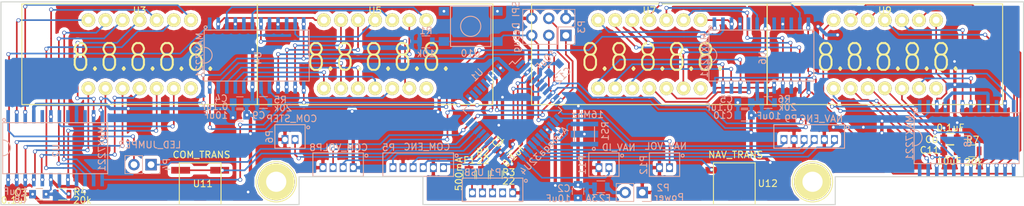
<source format=kicad_pcb>
(kicad_pcb (version 4) (host pcbnew 4.0.4+e1-6308~48~ubuntu14.04.1-stable)
  (layers (0 F.Cu signal) (31 B.Cu signal) (34 B.Paste user) (35 F.Paste user) (36 B.SilkS user) (37 F.SilkS user) (38 B.Mask user) (39 F.Mask user) (44 Edge.Cuts user))
  (net 0 "")
  (net 1 +5V)
  (net 2 GND)
  (net 3 VCC)
  (net 4 /XTAL1)
  (net 5 /XTAL2)
  (net 6 /VBUS)
  (net 7 "Net-(P1-Pad4)")
  (net 8 "Net-(P1-Pad3)")
  (net 9 /MISO)
  (net 10 CLK)
  (net 11 /MOSI)
  (net 12 /RST)
  (net 13 /ComActive/DIN)
  (net 14 /COM_S_B)
  (net 15 /COM_S_A)
  (net 16 /COM_L_B)
  (net 17 /COM_L_A)
  (net 18 /COM_STEP)
  (net 19 /COM_TRANS)
  (net 20 /COM_VOL)
  (net 21 /COM_PWR)
  (net 22 /NAV_S_B)
  (net 23 /NAV_S_A)
  (net 24 /NAV_L_B)
  (net 25 /NAV_L_A)
  (net 26 /NAV_TRANS)
  (net 27 /NAV_ID)
  (net 28 /NAV_VOL)
  (net 29 /USBD+)
  (net 30 /USBD-)
  (net 31 "Net-(R4-Pad2)")
  (net 32 "Net-(R5-Pad2)")
  (net 33 "Net-(R6-Pad2)")
  (net 34 "Net-(R7-Pad2)")
  (net 35 CS)
  (net 36 /ComActive/D_1)
  (net 37 /ComActive/D_5)
  (net 38 /ComActive/D_3)
  (net 39 /ComActive/D_2)
  (net 40 /ComActive/D_4)
  (net 41 /ComActive/S_A)
  (net 42 /ComActive/S_F)
  (net 43 /ComActive/S_B)
  (net 44 /ComActive/S_G)
  (net 45 /ComStandby/DIN)
  (net 46 /ComActive/S_D)
  (net 47 /ComActive/S_DP)
  (net 48 /ComActive/S_E)
  (net 49 /ComActive/S_C)
  (net 50 /ComStandby/D_1)
  (net 51 /ComStandby/D_5)
  (net 52 /ComStandby/D_3)
  (net 53 /ComStandby/D_2)
  (net 54 /ComStandby/D_4)
  (net 55 /ComStandby/S_A)
  (net 56 /ComStandby/S_F)
  (net 57 /ComStandby/S_B)
  (net 58 /ComStandby/S_G)
  (net 59 /NavActive/DIN)
  (net 60 /ComStandby/S_D)
  (net 61 /ComStandby/S_DP)
  (net 62 /ComStandby/S_E)
  (net 63 /ComStandby/S_C)
  (net 64 /NavActive/D_1)
  (net 65 /NavActive/D_5)
  (net 66 /NavActive/D_3)
  (net 67 /NavActive/D_2)
  (net 68 /NavActive/D_4)
  (net 69 /NavActive/S_A)
  (net 70 /NavActive/S_F)
  (net 71 /NavActive/S_B)
  (net 72 /NavActive/S_G)
  (net 73 /NavStandby/DIN)
  (net 74 /NavActive/S_D)
  (net 75 /NavActive/S_DP)
  (net 76 /NavActive/S_E)
  (net 77 /NavActive/S_C)
  (net 78 /NavStandby/D_1)
  (net 79 /NavStandby/D_5)
  (net 80 /NavStandby/D_3)
  (net 81 /NavStandby/D_2)
  (net 82 /NavStandby/D_4)
  (net 83 /NavStandby/S_A)
  (net 84 /NavStandby/S_F)
  (net 85 /NavStandby/S_B)
  (net 86 /NavStandby/S_G)
  (net 87 /NavStandby/S_D)
  (net 88 /NavStandby/S_DP)
  (net 89 /NavStandby/S_E)
  (net 90 /NavStandby/S_C)
  (net 91 "Net-(F1-Pad1)")
  (net 92 "Net-(C12-Pad1)")
  (module Capacitors_SMD:C_0805 (layer F.Cu) (at 174.9 121.8 45)
    (fp_text reference C1 (at 0 -1.5 45) (layer F.SilkS))
    (fp_text value 0.1uf (at 0 1.75 45) (layer F.SilkS))
    (pad 1 smd rect (at -1 0 45) (size 1 1.25) (layers F.Cu F.Paste F.Mask) (net 3 VCC))
    (pad 2 smd rect (at 1 0 45) (size 1 1.25) (layers F.Cu F.Paste F.Mask) (net 2 GND))
  )
  (module Capacitors_SMD:C_0805 (layer B.Cu) (at 185.75 128.2 270)
    (fp_text reference C2 (at -0.4 2.1 360) (layer B.SilkS) (effects (justify mirror)))
    (fp_text value 10uF (at 1.1 2.95 360) (layer B.SilkS) (effects (justify mirror)))
    (pad 1 smd rect (at -1 0 270) (size 1 1.25) (layers B.Cu B.Paste B.Mask) (net 3 VCC))
    (pad 2 smd rect (at 1 0 270) (size 1 1.25) (layers B.Cu B.Paste B.Mask) (net 2 GND))
  )
  (module Capacitors_SMD:C_0805 (layer F.Cu) (at 105.7 128.65 180)
    (fp_text reference C3 (at 2.8 0.2 180) (layer F.SilkS))
    (fp_text value 0.1uF (at 3.65 -0.9 180) (layer F.SilkS))
    (pad 1 smd rect (at -1 0 180) (size 1 1.25) (layers F.Cu F.Paste F.Mask) (net 3 VCC))
    (pad 2 smd rect (at 1 0 180) (size 1 1.25) (layers F.Cu F.Paste F.Mask) (net 2 GND))
  )
  (module Capacitors_SMD:C_0805 (layer B.Cu) (at 135.5 115 180)
    (fp_text reference C4 (at 2.8 0.6 180) (layer B.SilkS) (effects (justify mirror)))
    (fp_text value 0.1uF (at 3.8 -0.6 180) (layer B.SilkS) (effects (justify mirror)))
    (pad 1 smd rect (at -1 0 180) (size 1 1.25) (layers B.Cu B.Paste B.Mask) (net 3 VCC))
    (pad 2 smd rect (at 1 0 180) (size 1 1.25) (layers B.Cu B.Paste B.Mask) (net 2 GND))
  )
  (module Capacitors_SMD:C_0805 (layer B.Cu) (at 210.5 115 180)
    (fp_text reference C5 (at 2.7 0.5 180) (layer B.SilkS) (effects (justify mirror)))
    (fp_text value 0.1uF (at 3.8 -0.7 180) (layer B.SilkS) (effects (justify mirror)))
    (pad 1 smd rect (at -1 0 180) (size 1 1.25) (layers B.Cu B.Paste B.Mask) (net 3 VCC))
    (pad 2 smd rect (at 1 0 180) (size 1 1.25) (layers B.Cu B.Paste B.Mask) (net 2 GND))
  )
  (module Capacitors_SMD:C_0805 (layer F.Cu) (at 241.1 120.4 180)
    (fp_text reference C6 (at 2.8 -0.1 180) (layer F.SilkS))
    (fp_text value 0.1uF (at 0 1.65 180) (layer F.SilkS))
    (pad 1 smd rect (at -1 0 180) (size 1 1.25) (layers F.Cu F.Paste F.Mask) (net 3 VCC))
    (pad 2 smd rect (at 1 0 180) (size 1 1.25) (layers F.Cu F.Paste F.Mask) (net 2 GND))
  )
  (module Resistors_SMD:R_0805 (layer B.Cu) (at 163.15 105.95 180)
    (fp_text reference R1 (at 0 1.65 180) (layer B.SilkS) (effects (justify mirror)))
    (fp_text value 10k (at 0 -1.75 180) (layer B.SilkS) (effects (justify mirror)))
    (pad 1 smd rect (at -0.95 0 180) (size 0.7 1.3) (layers B.Cu B.Paste B.Mask) (net 12 /RST))
    (pad 2 smd rect (at 0.95 0 180) (size 0.7 1.3) (layers B.Cu B.Paste B.Mask) (net 3 VCC))
  )
  (module Resistors_SMD:R_0805 (layer F.Cu) (at 171.55 125.75 270)
    (fp_text reference R2 (at -3.35 -0.05 360) (layer F.SilkS))
    (fp_text value 22 (at -2.1 -0.1 360) (layer F.SilkS))
    (pad 1 smd rect (at -0.95 0 270) (size 0.7 1.3) (layers F.Cu F.Paste F.Mask) (net 29 /USBD+))
    (pad 2 smd rect (at 0.95 0 270) (size 0.7 1.3) (layers F.Cu F.Paste F.Mask) (net 7 "Net-(P1-Pad4)"))
  )
  (module Resistors_SMD:R_0805 (layer F.Cu) (at 173.6 125.75 270)
    (fp_text reference R3 (at -0.35 -1.85 360) (layer F.SilkS))
    (fp_text value 22 (at 0.95 -1.85 360) (layer F.SilkS))
    (pad 1 smd rect (at -0.95 0 270) (size 0.7 1.3) (layers F.Cu F.Paste F.Mask) (net 30 /USBD-))
    (pad 2 smd rect (at 0.95 0 270) (size 0.7 1.3) (layers F.Cu F.Paste F.Mask) (net 8 "Net-(P1-Pad3)"))
  )
  (module Resistors_SMD:R_0805 (layer F.Cu) (at 109.15 128.65)
    (fp_text reference R4 (at 2.6 -0.35) (layer F.SilkS))
    (fp_text value 20k (at 2.95 0.9) (layer F.SilkS))
    (pad 1 smd rect (at -0.95 0) (size 0.7 1.3) (layers F.Cu F.Paste F.Mask) (net 3 VCC))
    (pad 2 smd rect (at 0.95 0) (size 0.7 1.3) (layers F.Cu F.Paste F.Mask) (net 31 "Net-(R4-Pad2)"))
  )
  (module Resistors_SMD:R_0805 (layer B.Cu) (at 139 115)
    (fp_text reference R5 (at 2.5 -0.4) (layer B.SilkS) (effects (justify mirror)))
    (fp_text value 20k (at 2.9 0.8) (layer B.SilkS) (effects (justify mirror)))
    (pad 1 smd rect (at -0.95 0) (size 0.7 1.3) (layers B.Cu B.Paste B.Mask) (net 3 VCC))
    (pad 2 smd rect (at 0.95 0) (size 0.7 1.3) (layers B.Cu B.Paste B.Mask) (net 32 "Net-(R5-Pad2)"))
  )
  (module Resistors_SMD:R_0805 (layer B.Cu) (at 214 115)
    (fp_text reference R6 (at 2.4 -0.5) (layer B.SilkS) (effects (justify mirror)))
    (fp_text value 20k (at 2.9 0.7) (layer B.SilkS) (effects (justify mirror)))
    (pad 1 smd rect (at -0.95 0) (size 0.7 1.3) (layers B.Cu B.Paste B.Mask) (net 3 VCC))
    (pad 2 smd rect (at 0.95 0) (size 0.7 1.3) (layers B.Cu B.Paste B.Mask) (net 33 "Net-(R6-Pad2)"))
  )
  (module Resistors_SMD:R_0805 (layer F.Cu) (at 244.4 122.2)
    (fp_text reference R7 (at 0 -1.65) (layer F.SilkS))
    (fp_text value 20k (at 0.15 1.65) (layer F.SilkS))
    (pad 1 smd rect (at -0.95 0) (size 0.7 1.3) (layers F.Cu F.Paste F.Mask) (net 3 VCC))
    (pad 2 smd rect (at 0.95 0) (size 0.7 1.3) (layers F.Cu F.Paste F.Mask) (net 34 "Net-(R7-Pad2)"))
  )
  (module Housings_QFP:TQFP-44_10x10mm_Pitch0.8mm (layer B.Cu) (at 176 116.15 225)
    (fp_text reference U1 (at 0 7.45 225) (layer B.SilkS) (effects (justify mirror)))
    (fp_text value ATmega32U4 (at 0.954594 -7.566043 225) (layer B.SilkS) (effects (justify mirror)))
    (pad 1 smd rect (at -5.7 4 225) (size 1.5 0.55) (layers B.Cu B.Paste B.Mask))
    (pad 2 smd rect (at -5.7 3.2 225) (size 1.5 0.55) (layers B.Cu B.Paste B.Mask) (net 3 VCC))
    (pad 3 smd rect (at -5.7 2.4 225) (size 1.5 0.55) (layers B.Cu B.Paste B.Mask) (net 30 /USBD-))
    (pad 4 smd rect (at -5.7 1.6 225) (size 1.5 0.55) (layers B.Cu B.Paste B.Mask) (net 29 /USBD+))
    (pad 5 smd rect (at -5.7 0.8 225) (size 1.5 0.55) (layers B.Cu B.Paste B.Mask) (net 2 GND))
    (pad 6 smd rect (at -5.7 0 225) (size 1.5 0.55) (layers B.Cu B.Paste B.Mask) (net 92 "Net-(C12-Pad1)"))
    (pad 7 smd rect (at -5.7 -0.8 225) (size 1.5 0.55) (layers B.Cu B.Paste B.Mask) (net 6 /VBUS))
    (pad 8 smd rect (at -5.7 -1.6 225) (size 1.5 0.55) (layers B.Cu B.Paste B.Mask) (net 35 CS))
    (pad 9 smd rect (at -5.7 -2.4 225) (size 1.5 0.55) (layers B.Cu B.Paste B.Mask) (net 10 CLK))
    (pad 10 smd rect (at -5.7 -3.2 225) (size 1.5 0.55) (layers B.Cu B.Paste B.Mask) (net 11 /MOSI))
    (pad 11 smd rect (at -5.7 -4 225) (size 1.5 0.55) (layers B.Cu B.Paste B.Mask) (net 9 /MISO))
    (pad 12 smd rect (at -4 -5.7 135) (size 1.5 0.55) (layers B.Cu B.Paste B.Mask) (net 22 /NAV_S_B))
    (pad 13 smd rect (at -3.2 -5.7 135) (size 1.5 0.55) (layers B.Cu B.Paste B.Mask) (net 12 /RST))
    (pad 14 smd rect (at -2.4 -5.7 135) (size 1.5 0.55) (layers B.Cu B.Paste B.Mask) (net 3 VCC))
    (pad 15 smd rect (at -1.6 -5.7 135) (size 1.5 0.55) (layers B.Cu B.Paste B.Mask) (net 2 GND))
    (pad 16 smd rect (at -0.8 -5.7 135) (size 1.5 0.55) (layers B.Cu B.Paste B.Mask) (net 5 /XTAL2))
    (pad 17 smd rect (at 0 -5.7 135) (size 1.5 0.55) (layers B.Cu B.Paste B.Mask) (net 4 /XTAL1))
    (pad 18 smd rect (at 0.8 -5.7 135) (size 1.5 0.55) (layers B.Cu B.Paste B.Mask) (net 23 /NAV_S_A))
    (pad 19 smd rect (at 1.6 -5.7 135) (size 1.5 0.55) (layers B.Cu B.Paste B.Mask) (net 24 /NAV_L_B))
    (pad 20 smd rect (at 2.4 -5.7 135) (size 1.5 0.55) (layers B.Cu B.Paste B.Mask) (net 25 /NAV_L_A))
    (pad 21 smd rect (at 3.2 -5.7 135) (size 1.5 0.55) (layers B.Cu B.Paste B.Mask) (net 26 /NAV_TRANS))
    (pad 22 smd rect (at 4 -5.7 135) (size 1.5 0.55) (layers B.Cu B.Paste B.Mask) (net 27 /NAV_ID))
    (pad 23 smd rect (at 5.7 -4 225) (size 1.5 0.55) (layers B.Cu B.Paste B.Mask) (net 2 GND))
    (pad 24 smd rect (at 5.7 -3.2 225) (size 1.5 0.55) (layers B.Cu B.Paste B.Mask) (net 3 VCC))
    (pad 25 smd rect (at 5.7 -2.4 225) (size 1.5 0.55) (layers B.Cu B.Paste B.Mask) (net 17 /COM_L_A))
    (pad 26 smd rect (at 5.7 -1.6 225) (size 1.5 0.55) (layers B.Cu B.Paste B.Mask) (net 16 /COM_L_B))
    (pad 27 smd rect (at 5.7 -0.8 225) (size 1.5 0.55) (layers B.Cu B.Paste B.Mask) (net 15 /COM_S_A))
    (pad 28 smd rect (at 5.7 0 225) (size 1.5 0.55) (layers B.Cu B.Paste B.Mask) (net 14 /COM_S_B))
    (pad 29 smd rect (at 5.7 0.8 225) (size 1.5 0.55) (layers B.Cu B.Paste B.Mask) (net 21 /COM_PWR))
    (pad 30 smd rect (at 5.7 1.6 225) (size 1.5 0.55) (layers B.Cu B.Paste B.Mask) (net 18 /COM_STEP))
    (pad 31 smd rect (at 5.7 2.4 225) (size 1.5 0.55) (layers B.Cu B.Paste B.Mask) (net 19 /COM_TRANS))
    (pad 32 smd rect (at 5.7 3.2 225) (size 1.5 0.55) (layers B.Cu B.Paste B.Mask))
    (pad 33 smd rect (at 5.7 4 225) (size 1.5 0.55) (layers B.Cu B.Paste B.Mask))
    (pad 34 smd rect (at 4 5.7 135) (size 1.5 0.55) (layers B.Cu B.Paste B.Mask) (net 3 VCC))
    (pad 35 smd rect (at 3.2 5.7 135) (size 1.5 0.55) (layers B.Cu B.Paste B.Mask) (net 2 GND))
    (pad 36 smd rect (at 2.4 5.7 135) (size 1.5 0.55) (layers B.Cu B.Paste B.Mask))
    (pad 37 smd rect (at 1.6 5.7 135) (size 1.5 0.55) (layers B.Cu B.Paste B.Mask))
    (pad 38 smd rect (at 0.8 5.7 135) (size 1.5 0.55) (layers B.Cu B.Paste B.Mask))
    (pad 39 smd rect (at 0 5.7 135) (size 1.5 0.55) (layers B.Cu B.Paste B.Mask))
    (pad 40 smd rect (at -0.8 5.7 135) (size 1.5 0.55) (layers B.Cu B.Paste B.Mask) (net 20 /COM_VOL))
    (pad 41 smd rect (at -1.6 5.7 135) (size 1.5 0.55) (layers B.Cu B.Paste B.Mask) (net 28 /NAV_VOL))
    (pad 42 smd rect (at -2.4 5.7 135) (size 1.5 0.55) (layers B.Cu B.Paste B.Mask))
    (pad 43 smd rect (at -3.2 5.7 135) (size 1.5 0.55) (layers B.Cu B.Paste B.Mask) (net 2 GND))
    (pad 44 smd rect (at -4 5.7 135) (size 1.5 0.55) (layers B.Cu B.Paste B.Mask) (net 3 VCC))
  )
  (module Capacitors_SMD:C_0805 (layer B.Cu) (at 105.7 128.65 180)
    (fp_text reference C8 (at 2.8 -0.8 180) (layer B.SilkS) (effects (justify mirror)))
    (fp_text value 10uF (at 3.5 0.4 180) (layer B.SilkS) (effects (justify mirror)))
    (pad 1 smd rect (at -1 0 180) (size 1 1.25) (layers B.Cu B.Paste B.Mask) (net 3 VCC))
    (pad 2 smd rect (at 1 0 180) (size 1 1.25) (layers B.Cu B.Paste B.Mask) (net 2 GND))
  )
  (module Capacitors_SMD:C_0805 (layer B.Cu) (at 135.5 116.9 180)
    (fp_text reference C9 (at -2.8 0 180) (layer B.SilkS) (effects (justify mirror)))
    (fp_text value 10uF (at 3.6 0 180) (layer B.SilkS) (effects (justify mirror)))
    (pad 1 smd rect (at -1 0 180) (size 1 1.25) (layers B.Cu B.Paste B.Mask) (net 3 VCC))
    (pad 2 smd rect (at 1 0 180) (size 1 1.25) (layers B.Cu B.Paste B.Mask) (net 2 GND))
  )
  (module Capacitors_SMD:C_0805 (layer B.Cu) (at 210.5 116.9 180)
    (fp_text reference C10 (at 3.2 0 180) (layer B.SilkS) (effects (justify mirror)))
    (fp_text value 10uF (at -3.6 -0.1 180) (layer B.SilkS) (effects (justify mirror)))
    (pad 1 smd rect (at -1 0 180) (size 1 1.25) (layers B.Cu B.Paste B.Mask) (net 3 VCC))
    (pad 2 smd rect (at 1 0 180) (size 1 1.25) (layers B.Cu B.Paste B.Mask) (net 2 GND))
  )
  (module Capacitors_SMD:C_0805 (layer F.Cu) (at 241.1 122.2 180)
    (fp_text reference C11 (at 3.1 0.1 180) (layer F.SilkS))
    (fp_text value 10uF (at 0.25 -1.55 180) (layer F.SilkS))
    (pad 1 smd rect (at -1 0 180) (size 1 1.25) (layers F.Cu F.Paste F.Mask) (net 3 VCC))
    (pad 2 smd rect (at 1 0 180) (size 1 1.25) (layers F.Cu F.Paste F.Mask) (net 2 GND))
  )
  (module Resistors_SMD:R_0805 (layer F.Cu) (at 169.55 125.75 90)
    (fp_text reference F1 (at 2.15 0.05 180) (layer F.SilkS))
    (fp_text value 500mA (at 0.1 -1.5 90) (layer F.SilkS))
    (pad 1 smd rect (at -0.95 0 90) (size 0.7 1.3) (layers F.Cu F.Paste F.Mask) (net 91 "Net-(F1-Pad1)"))
    (pad 2 smd rect (at 0.95 0 90) (size 0.7 1.3) (layers F.Cu F.Paste F.Mask) (net 6 /VBUS))
  )
  (module Resistors_SMD:R_0805 (layer B.Cu) (at 189.15 127.55 180)
    (fp_text reference F2 (at -0.6 -1.7 180) (layer B.SilkS) (effects (justify mirror)))
    (fp_text value 3A (at 1.35 -1.7 180) (layer B.SilkS) (effects (justify mirror)))
    (pad 1 smd rect (at -0.95 0 180) (size 0.7 1.3) (layers B.Cu B.Paste B.Mask) (net 1 +5V))
    (pad 2 smd rect (at 0.95 0 180) (size 0.7 1.3) (layers B.Cu B.Paste B.Mask) (net 3 VCC))
  )
  (module Capacitors_SMD:C_0805 (layer B.Cu) (at 182.2 109.9 45)
    (fp_text reference C12 (at 0.141421 1.697056 45) (layer B.SilkS) (effects (justify mirror)))
    (fp_text value 10uF (at 0 -1.75 45) (layer B.SilkS) (effects (justify mirror)))
    (pad 1 smd rect (at -1 0 45) (size 1 1.25) (layers B.Cu B.Paste B.Mask) (net 92 "Net-(C12-Pad1)"))
    (pad 2 smd rect (at 1 0 45) (size 1 1.25) (layers B.Cu B.Paste B.Mask) (net 2 GND))
  )
  (module custom:SCREW_4-40 (layer F.Cu) (at 140.9 126.8)
    (fp_text reference Ref** hide)
    (fp_text value Val** hide)
    (pad "" thru_hole circle (at 0 0) (size 5.5 5.5) (drill 3) (layers *.Cu *.Mask F.SilkS))
  )
  (module custom:SCREW_4-40 (layer F.Cu) (at 220.6 126.8)
    (fp_text reference Ref** hide)
    (fp_text value Val** hide)
    (pad "" thru_hole circle (at 0 0) (size 5.5 5.5) (drill 3) (layers *.Cu *.Mask F.SilkS))
  )
  (module custom:TAC_SWITCH_PTS645_SMD (layer B.Cu) (at 169.8 103.65)
    (fp_text reference U10 (at 0 4) (layer B.SilkS) (effects (justify mirror)))
    (fp_text value RESET hide)
    (pad 4 smd rect (at 3.975 -2.25) (size 1.55 1.3) (layers B.Cu B.Paste B.Mask) (net 2 GND))
    (pad 3 smd rect (at -3.975 -2.25) (size 1.55 1.3) (layers B.Cu B.Paste B.Mask) (net 2 GND))
    (pad 2 smd rect (at 3.975 2.25) (size 1.55 1.3) (layers B.Cu B.Paste B.Mask) (net 12 /RST))
    (pad 1 smd rect (at -3.975 2.25) (size 1.55 1.3) (layers B.Cu B.Paste B.Mask) (net 12 /RST))
  )
  (module custom:5x7Segment_0.36 (layer F.Cu) (at 120.6 107.8)
    (fp_text reference U3 (at 0 -6.5) (layer F.SilkS))
    (fp_text value 5x7Segment_0.36)
    (fp_text user 8.8.8.8.8. (at 0.5 0.5) (layer F.SilkS) (effects (font (size 4 3) (thickness 0.3))))
    (pad 14 thru_hole oval (at 7.62 5.08) (size 2.032 2.032) (drill 1.016) (layers *.Cu *.Mask F.SilkS))
    (pad 13 thru_hole oval (at 5.08 5.08) (size 2.032 2.032) (drill 1.016) (layers *.Cu *.Mask F.SilkS) (net 40 /ComActive/D_4))
    (pad 12 thru_hole oval (at 2.54 5.08) (size 2.032 2.032) (drill 1.016) (layers *.Cu *.Mask F.SilkS) (net 44 /ComActive/S_G))
    (pad 11 thru_hole oval (at 0 5.08) (size 2.032 2.032) (drill 1.016) (layers *.Cu *.Mask F.SilkS) (net 49 /ComActive/S_C))
    (pad 10 thru_hole oval (at -2.54 5.08) (size 2.032 2.032) (drill 1.016) (layers *.Cu *.Mask F.SilkS) (net 47 /ComActive/S_DP))
    (pad 9 thru_hole oval (at -5.08 5.08) (size 2.032 2.032) (drill 1.016) (layers *.Cu *.Mask F.SilkS) (net 46 /ComActive/S_D))
    (pad 8 thru_hole oval (at -7.62 5.08) (size 2.032 2.032) (drill 1.016) (layers *.Cu *.Mask F.SilkS) (net 48 /ComActive/S_E))
    (pad 7 thru_hole oval (at 7.62 -5.08) (size 2.032 2.032) (drill 1.016) (layers *.Cu *.Mask F.SilkS) (net 37 /ComActive/D_5))
    (pad 6 thru_hole oval (at 5.08 -5.08) (size 2.032 2.032) (drill 1.016) (layers *.Cu *.Mask F.SilkS) (net 43 /ComActive/S_B))
    (pad 5 thru_hole oval (at 2.54 -5.08) (size 2.032 2.032) (drill 1.016) (layers *.Cu *.Mask F.SilkS) (net 38 /ComActive/D_3))
    (pad 1 thru_hole oval (at -7.62 -5.08) (size 2.032 2.032) (drill 1.016) (layers *.Cu *.Mask F.SilkS) (net 36 /ComActive/D_1))
    (pad 2 thru_hole oval (at -5.08 -5.08) (size 2.032 2.032) (drill 1.016) (layers *.Cu *.Mask F.SilkS) (net 41 /ComActive/S_A))
    (pad 3 thru_hole oval (at -2.54 -5.08) (size 2.032 2.032) (drill 1.016) (layers *.Cu *.Mask F.SilkS) (net 42 /ComActive/S_F))
    (pad 4 thru_hole oval (at 0 -5.08) (size 2.032 2.032) (drill 1.016) (layers *.Cu *.Mask F.SilkS) (net 39 /ComActive/D_2))
  )
  (module custom:5x7Segment_0.36 (layer F.Cu) (at 155.6 107.8)
    (fp_text reference U5 (at 0 -6.5) (layer F.SilkS))
    (fp_text value 5x7Segment_0.36)
    (fp_text user 8.8.8.8.8. (at 0.5 0.5) (layer F.SilkS) (effects (font (size 4 3) (thickness 0.3))))
    (pad 14 thru_hole oval (at 7.62 5.08) (size 2.032 2.032) (drill 1.016) (layers *.Cu *.Mask F.SilkS))
    (pad 13 thru_hole oval (at 5.08 5.08) (size 2.032 2.032) (drill 1.016) (layers *.Cu *.Mask F.SilkS) (net 54 /ComStandby/D_4))
    (pad 12 thru_hole oval (at 2.54 5.08) (size 2.032 2.032) (drill 1.016) (layers *.Cu *.Mask F.SilkS) (net 58 /ComStandby/S_G))
    (pad 11 thru_hole oval (at 0 5.08) (size 2.032 2.032) (drill 1.016) (layers *.Cu *.Mask F.SilkS) (net 63 /ComStandby/S_C))
    (pad 10 thru_hole oval (at -2.54 5.08) (size 2.032 2.032) (drill 1.016) (layers *.Cu *.Mask F.SilkS) (net 61 /ComStandby/S_DP))
    (pad 9 thru_hole oval (at -5.08 5.08) (size 2.032 2.032) (drill 1.016) (layers *.Cu *.Mask F.SilkS) (net 60 /ComStandby/S_D))
    (pad 8 thru_hole oval (at -7.62 5.08) (size 2.032 2.032) (drill 1.016) (layers *.Cu *.Mask F.SilkS) (net 62 /ComStandby/S_E))
    (pad 7 thru_hole oval (at 7.62 -5.08) (size 2.032 2.032) (drill 1.016) (layers *.Cu *.Mask F.SilkS) (net 51 /ComStandby/D_5))
    (pad 6 thru_hole oval (at 5.08 -5.08) (size 2.032 2.032) (drill 1.016) (layers *.Cu *.Mask F.SilkS) (net 57 /ComStandby/S_B))
    (pad 5 thru_hole oval (at 2.54 -5.08) (size 2.032 2.032) (drill 1.016) (layers *.Cu *.Mask F.SilkS) (net 52 /ComStandby/D_3))
    (pad 1 thru_hole oval (at -7.62 -5.08) (size 2.032 2.032) (drill 1.016) (layers *.Cu *.Mask F.SilkS) (net 50 /ComStandby/D_1))
    (pad 2 thru_hole oval (at -5.08 -5.08) (size 2.032 2.032) (drill 1.016) (layers *.Cu *.Mask F.SilkS) (net 55 /ComStandby/S_A))
    (pad 3 thru_hole oval (at -2.54 -5.08) (size 2.032 2.032) (drill 1.016) (layers *.Cu *.Mask F.SilkS) (net 56 /ComStandby/S_F))
    (pad 4 thru_hole oval (at 0 -5.08) (size 2.032 2.032) (drill 1.016) (layers *.Cu *.Mask F.SilkS) (net 53 /ComStandby/D_2))
  )
  (module custom:5x7Segment_0.36 (layer F.Cu) (at 196.35 107.8)
    (fp_text reference U7 (at 0 -6.5) (layer F.SilkS))
    (fp_text value 5x7Segment_0.36)
    (fp_text user 8.8.8.8.8. (at 0.5 0.5) (layer F.SilkS) (effects (font (size 4 3) (thickness 0.3))))
    (pad 14 thru_hole oval (at 7.62 5.08) (size 2.032 2.032) (drill 1.016) (layers *.Cu *.Mask F.SilkS))
    (pad 13 thru_hole oval (at 5.08 5.08) (size 2.032 2.032) (drill 1.016) (layers *.Cu *.Mask F.SilkS) (net 68 /NavActive/D_4))
    (pad 12 thru_hole oval (at 2.54 5.08) (size 2.032 2.032) (drill 1.016) (layers *.Cu *.Mask F.SilkS) (net 72 /NavActive/S_G))
    (pad 11 thru_hole oval (at 0 5.08) (size 2.032 2.032) (drill 1.016) (layers *.Cu *.Mask F.SilkS) (net 77 /NavActive/S_C))
    (pad 10 thru_hole oval (at -2.54 5.08) (size 2.032 2.032) (drill 1.016) (layers *.Cu *.Mask F.SilkS) (net 75 /NavActive/S_DP))
    (pad 9 thru_hole oval (at -5.08 5.08) (size 2.032 2.032) (drill 1.016) (layers *.Cu *.Mask F.SilkS) (net 74 /NavActive/S_D))
    (pad 8 thru_hole oval (at -7.62 5.08) (size 2.032 2.032) (drill 1.016) (layers *.Cu *.Mask F.SilkS) (net 76 /NavActive/S_E))
    (pad 7 thru_hole oval (at 7.62 -5.08) (size 2.032 2.032) (drill 1.016) (layers *.Cu *.Mask F.SilkS) (net 65 /NavActive/D_5))
    (pad 6 thru_hole oval (at 5.08 -5.08) (size 2.032 2.032) (drill 1.016) (layers *.Cu *.Mask F.SilkS) (net 71 /NavActive/S_B))
    (pad 5 thru_hole oval (at 2.54 -5.08) (size 2.032 2.032) (drill 1.016) (layers *.Cu *.Mask F.SilkS) (net 66 /NavActive/D_3))
    (pad 1 thru_hole oval (at -7.62 -5.08) (size 2.032 2.032) (drill 1.016) (layers *.Cu *.Mask F.SilkS) (net 64 /NavActive/D_1))
    (pad 2 thru_hole oval (at -5.08 -5.08) (size 2.032 2.032) (drill 1.016) (layers *.Cu *.Mask F.SilkS) (net 69 /NavActive/S_A))
    (pad 3 thru_hole oval (at -2.54 -5.08) (size 2.032 2.032) (drill 1.016) (layers *.Cu *.Mask F.SilkS) (net 70 /NavActive/S_F))
    (pad 4 thru_hole oval (at 0 -5.08) (size 2.032 2.032) (drill 1.016) (layers *.Cu *.Mask F.SilkS) (net 67 /NavActive/D_2))
  )
  (module custom:5x7Segment_0.36 (layer F.Cu) (at 231.35 107.8)
    (fp_text reference U9 (at 0 -6.5) (layer F.SilkS))
    (fp_text value 5x7Segment_0.36)
    (fp_text user 8.8.8.8.8. (at 0.5 0.5) (layer F.SilkS) (effects (font (size 4 3) (thickness 0.3))))
    (pad 14 thru_hole oval (at 7.62 5.08) (size 2.032 2.032) (drill 1.016) (layers *.Cu *.Mask F.SilkS))
    (pad 13 thru_hole oval (at 5.08 5.08) (size 2.032 2.032) (drill 1.016) (layers *.Cu *.Mask F.SilkS) (net 82 /NavStandby/D_4))
    (pad 12 thru_hole oval (at 2.54 5.08) (size 2.032 2.032) (drill 1.016) (layers *.Cu *.Mask F.SilkS) (net 86 /NavStandby/S_G))
    (pad 11 thru_hole oval (at 0 5.08) (size 2.032 2.032) (drill 1.016) (layers *.Cu *.Mask F.SilkS) (net 90 /NavStandby/S_C))
    (pad 10 thru_hole oval (at -2.54 5.08) (size 2.032 2.032) (drill 1.016) (layers *.Cu *.Mask F.SilkS) (net 88 /NavStandby/S_DP))
    (pad 9 thru_hole oval (at -5.08 5.08) (size 2.032 2.032) (drill 1.016) (layers *.Cu *.Mask F.SilkS) (net 87 /NavStandby/S_D))
    (pad 8 thru_hole oval (at -7.62 5.08) (size 2.032 2.032) (drill 1.016) (layers *.Cu *.Mask F.SilkS) (net 89 /NavStandby/S_E))
    (pad 7 thru_hole oval (at 7.62 -5.08) (size 2.032 2.032) (drill 1.016) (layers *.Cu *.Mask F.SilkS) (net 79 /NavStandby/D_5))
    (pad 6 thru_hole oval (at 5.08 -5.08) (size 2.032 2.032) (drill 1.016) (layers *.Cu *.Mask F.SilkS) (net 85 /NavStandby/S_B))
    (pad 5 thru_hole oval (at 2.54 -5.08) (size 2.032 2.032) (drill 1.016) (layers *.Cu *.Mask F.SilkS) (net 80 /NavStandby/D_3))
    (pad 1 thru_hole oval (at -7.62 -5.08) (size 2.032 2.032) (drill 1.016) (layers *.Cu *.Mask F.SilkS) (net 78 /NavStandby/D_1))
    (pad 2 thru_hole oval (at -5.08 -5.08) (size 2.032 2.032) (drill 1.016) (layers *.Cu *.Mask F.SilkS) (net 83 /NavStandby/S_A))
    (pad 3 thru_hole oval (at -2.54 -5.08) (size 2.032 2.032) (drill 1.016) (layers *.Cu *.Mask F.SilkS) (net 84 /NavStandby/S_F))
    (pad 4 thru_hole oval (at 0 -5.08) (size 2.032 2.032) (drill 1.016) (layers *.Cu *.Mask F.SilkS) (net 81 /NavStandby/D_2))
  )
  (module custom:Pin_Header_Straight_1x02_Pitch2.54mm (layer B.Cu) (at 195.3 128.4 90)
    (fp_text reference P2 (at 0.7 3.1 180) (layer B.SilkS) (effects (justify mirror)))
    (fp_text value Power (at -0.7 4 180) (layer B.SilkS) (effects (justify mirror)))
    (pad 1 thru_hole rect (at 0 0 90) (size 1.7 1.7) (drill 1) (layers *.Cu *.Mask) (net 2 GND))
    (pad 2 thru_hole oval (at 0 -2.54 90) (size 1.7 1.7) (drill 1) (layers *.Cu *.Mask) (net 1 +5V))
  )
  (module custom:Pin_Header_Straight_1x02_Pitch2.54mm (layer B.Cu) (at 122.3 124.25 90)
    (fp_text reference P4 (at 0 2.33 90) (layer B.SilkS) (effects (justify mirror)))
    (fp_text value LED_JUMPER (at 2.95 -0.2 180) (layer B.SilkS) (effects (justify mirror)))
    (pad 1 thru_hole rect (at 0 0 90) (size 1.7 1.7) (drill 1) (layers *.Cu *.Mask) (net 11 /MOSI))
    (pad 2 thru_hole oval (at 0 -2.54 90) (size 1.7 1.7) (drill 1) (layers *.Cu *.Mask) (net 13 /ComActive/DIN))
  )
  (module custom:Pin_Header_Straight_2x03_Pitch2.54mm (layer B.Cu) (at 183.95 105 90)
    (fp_text reference P3 (at 1.27 2.33 90) (layer B.SilkS) (effects (justify mirror)))
    (fp_text value "SPI Debug" (at 1.27 -7.41 90) (layer B.SilkS) (effects (justify mirror)))
    (pad 1 thru_hole rect (at 0 0 90) (size 1.7 1.7) (drill 1) (layers *.Cu *.Mask) (net 9 /MISO))
    (pad 2 thru_hole oval (at 2.54 0 90) (size 1.7 1.7) (drill 1) (layers *.Cu *.Mask) (net 3 VCC))
    (pad 3 thru_hole oval (at 0 -2.54 90) (size 1.7 1.7) (drill 1) (layers *.Cu *.Mask) (net 10 CLK))
    (pad 4 thru_hole oval (at 2.54 -2.54 90) (size 1.7 1.7) (drill 1) (layers *.Cu *.Mask) (net 11 /MOSI))
    (pad 5 thru_hole oval (at 0 -5.08 90) (size 1.7 1.7) (drill 1) (layers *.Cu *.Mask) (net 12 /RST))
    (pad 6 thru_hole oval (at 2.54 -5.08 90) (size 1.7 1.7) (drill 1) (layers *.Cu *.Mask) (net 2 GND))
  )
  (module custom:MAX7221CWG (layer B.Cu) (at 243.5 120.3 270)
    (fp_text reference U8 (at 0.375 -0.175 270) (layer B.SilkS) (effects (justify mirror)))
    (fp_text value MAX7221 (at -0.05 8.475 270) (layer B.SilkS) (effects (justify mirror)))
    (pad 1 smd rect (at -4.6865 6.985 270) (size 1.981 0.533) (layers B.Cu B.Paste B.Mask) (net 73 /NavStandby/DIN))
    (pad 2 smd rect (at -4.6865 5.715 270) (size 1.981 0.533) (layers B.Cu B.Paste B.Mask) (net 78 /NavStandby/D_1))
    (pad 3 smd rect (at -4.6865 4.445 270) (size 1.981 0.533) (layers B.Cu B.Paste B.Mask) (net 79 /NavStandby/D_5))
    (pad 4 smd rect (at -4.6865 3.175 270) (size 1.981 0.533) (layers B.Cu B.Paste B.Mask) (net 2 GND))
    (pad 5 smd rect (at -4.6865 1.905 270) (size 1.981 0.533) (layers B.Cu B.Paste B.Mask))
    (pad 6 smd rect (at -4.6865 0.635 270) (size 1.981 0.533) (layers B.Cu B.Paste B.Mask) (net 80 /NavStandby/D_3))
    (pad 12 smd rect (at -4.6865 -6.985 270) (size 1.981 0.533) (layers B.Cu B.Paste B.Mask) (net 35 CS))
    (pad 11 smd rect (at -4.6865 -5.715 270) (size 1.981 0.533) (layers B.Cu B.Paste B.Mask) (net 81 /NavStandby/D_2))
    (pad 10 smd rect (at -4.6865 -4.445 270) (size 1.981 0.533) (layers B.Cu B.Paste B.Mask))
    (pad 9 smd rect (at -4.6865 -3.175 270) (size 1.981 0.533) (layers B.Cu B.Paste B.Mask) (net 2 GND))
    (pad 8 smd rect (at -4.6865 -1.905 270) (size 1.981 0.533) (layers B.Cu B.Paste B.Mask))
    (pad 7 smd rect (at -4.6865 -0.635 270) (size 1.981 0.533) (layers B.Cu B.Paste B.Mask) (net 82 /NavStandby/D_4))
    (pad 13 smd rect (at 4.6865 -6.985 270) (size 1.981 0.533) (layers B.Cu B.Paste B.Mask) (net 10 CLK))
    (pad 14 smd rect (at 4.6865 -5.715 270) (size 1.981 0.533) (layers B.Cu B.Paste B.Mask) (net 83 /NavStandby/S_A))
    (pad 15 smd rect (at 4.6865 -4.445 270) (size 1.981 0.533) (layers B.Cu B.Paste B.Mask) (net 84 /NavStandby/S_F))
    (pad 16 smd rect (at 4.6865 -3.175 270) (size 1.981 0.533) (layers B.Cu B.Paste B.Mask) (net 85 /NavStandby/S_B))
    (pad 17 smd rect (at 4.6865 -1.905 270) (size 1.981 0.533) (layers B.Cu B.Paste B.Mask) (net 86 /NavStandby/S_G))
    (pad 24 smd rect (at 4.6865 6.985 270) (size 1.981 0.533) (layers B.Cu B.Paste B.Mask))
    (pad 23 smd rect (at 4.6865 5.715 270) (size 1.981 0.533) (layers B.Cu B.Paste B.Mask) (net 87 /NavStandby/S_D))
    (pad 22 smd rect (at 4.6865 4.445 270) (size 1.981 0.533) (layers B.Cu B.Paste B.Mask) (net 88 /NavStandby/S_DP))
    (pad 21 smd rect (at 4.6865 3.175 270) (size 1.981 0.533) (layers B.Cu B.Paste B.Mask) (net 89 /NavStandby/S_E))
    (pad 20 smd rect (at 4.6865 1.905 270) (size 1.981 0.533) (layers B.Cu B.Paste B.Mask) (net 90 /NavStandby/S_C))
    (pad 19 smd rect (at 4.6865 0.635 270) (size 1.981 0.533) (layers B.Cu B.Paste B.Mask) (net 3 VCC))
    (pad 18 smd rect (at 4.6865 -0.635 270) (size 1.981 0.533) (layers B.Cu B.Paste B.Mask) (net 34 "Net-(R7-Pad2)"))
  )
  (module custom:MAX7221CWG (layer B.Cu) (at 213 108 270)
    (fp_text reference U6 (at 0.375 -0.175 270) (layer B.SilkS) (effects (justify mirror)))
    (fp_text value MAX7221 (at -0.05 8.475 270) (layer B.SilkS) (effects (justify mirror)))
    (pad 1 smd rect (at -4.6865 6.985 270) (size 1.981 0.533) (layers B.Cu B.Paste B.Mask) (net 59 /NavActive/DIN))
    (pad 2 smd rect (at -4.6865 5.715 270) (size 1.981 0.533) (layers B.Cu B.Paste B.Mask) (net 64 /NavActive/D_1))
    (pad 3 smd rect (at -4.6865 4.445 270) (size 1.981 0.533) (layers B.Cu B.Paste B.Mask) (net 65 /NavActive/D_5))
    (pad 4 smd rect (at -4.6865 3.175 270) (size 1.981 0.533) (layers B.Cu B.Paste B.Mask) (net 2 GND))
    (pad 5 smd rect (at -4.6865 1.905 270) (size 1.981 0.533) (layers B.Cu B.Paste B.Mask))
    (pad 6 smd rect (at -4.6865 0.635 270) (size 1.981 0.533) (layers B.Cu B.Paste B.Mask) (net 66 /NavActive/D_3))
    (pad 12 smd rect (at -4.6865 -6.985 270) (size 1.981 0.533) (layers B.Cu B.Paste B.Mask) (net 35 CS))
    (pad 11 smd rect (at -4.6865 -5.715 270) (size 1.981 0.533) (layers B.Cu B.Paste B.Mask) (net 67 /NavActive/D_2))
    (pad 10 smd rect (at -4.6865 -4.445 270) (size 1.981 0.533) (layers B.Cu B.Paste B.Mask))
    (pad 9 smd rect (at -4.6865 -3.175 270) (size 1.981 0.533) (layers B.Cu B.Paste B.Mask) (net 2 GND))
    (pad 8 smd rect (at -4.6865 -1.905 270) (size 1.981 0.533) (layers B.Cu B.Paste B.Mask))
    (pad 7 smd rect (at -4.6865 -0.635 270) (size 1.981 0.533) (layers B.Cu B.Paste B.Mask) (net 68 /NavActive/D_4))
    (pad 13 smd rect (at 4.6865 -6.985 270) (size 1.981 0.533) (layers B.Cu B.Paste B.Mask) (net 10 CLK))
    (pad 14 smd rect (at 4.6865 -5.715 270) (size 1.981 0.533) (layers B.Cu B.Paste B.Mask) (net 69 /NavActive/S_A))
    (pad 15 smd rect (at 4.6865 -4.445 270) (size 1.981 0.533) (layers B.Cu B.Paste B.Mask) (net 70 /NavActive/S_F))
    (pad 16 smd rect (at 4.6865 -3.175 270) (size 1.981 0.533) (layers B.Cu B.Paste B.Mask) (net 71 /NavActive/S_B))
    (pad 17 smd rect (at 4.6865 -1.905 270) (size 1.981 0.533) (layers B.Cu B.Paste B.Mask) (net 72 /NavActive/S_G))
    (pad 24 smd rect (at 4.6865 6.985 270) (size 1.981 0.533) (layers B.Cu B.Paste B.Mask) (net 73 /NavStandby/DIN))
    (pad 23 smd rect (at 4.6865 5.715 270) (size 1.981 0.533) (layers B.Cu B.Paste B.Mask) (net 74 /NavActive/S_D))
    (pad 22 smd rect (at 4.6865 4.445 270) (size 1.981 0.533) (layers B.Cu B.Paste B.Mask) (net 75 /NavActive/S_DP))
    (pad 21 smd rect (at 4.6865 3.175 270) (size 1.981 0.533) (layers B.Cu B.Paste B.Mask) (net 76 /NavActive/S_E))
    (pad 20 smd rect (at 4.6865 1.905 270) (size 1.981 0.533) (layers B.Cu B.Paste B.Mask) (net 77 /NavActive/S_C))
    (pad 19 smd rect (at 4.6865 0.635 270) (size 1.981 0.533) (layers B.Cu B.Paste B.Mask) (net 3 VCC))
    (pad 18 smd rect (at 4.6865 -0.635 270) (size 1.981 0.533) (layers B.Cu B.Paste B.Mask) (net 33 "Net-(R6-Pad2)"))
  )
  (module custom:MAX7221CWG (layer B.Cu) (at 138 108 270)
    (fp_text reference U4 (at 0.375 -0.175 270) (layer B.SilkS) (effects (justify mirror)))
    (fp_text value MAX7221 (at -0.05 8.475 270) (layer B.SilkS) (effects (justify mirror)))
    (pad 1 smd rect (at -4.6865 6.985 270) (size 1.981 0.533) (layers B.Cu B.Paste B.Mask) (net 45 /ComStandby/DIN))
    (pad 2 smd rect (at -4.6865 5.715 270) (size 1.981 0.533) (layers B.Cu B.Paste B.Mask) (net 50 /ComStandby/D_1))
    (pad 3 smd rect (at -4.6865 4.445 270) (size 1.981 0.533) (layers B.Cu B.Paste B.Mask) (net 51 /ComStandby/D_5))
    (pad 4 smd rect (at -4.6865 3.175 270) (size 1.981 0.533) (layers B.Cu B.Paste B.Mask) (net 2 GND))
    (pad 5 smd rect (at -4.6865 1.905 270) (size 1.981 0.533) (layers B.Cu B.Paste B.Mask))
    (pad 6 smd rect (at -4.6865 0.635 270) (size 1.981 0.533) (layers B.Cu B.Paste B.Mask) (net 52 /ComStandby/D_3))
    (pad 12 smd rect (at -4.6865 -6.985 270) (size 1.981 0.533) (layers B.Cu B.Paste B.Mask) (net 35 CS))
    (pad 11 smd rect (at -4.6865 -5.715 270) (size 1.981 0.533) (layers B.Cu B.Paste B.Mask) (net 53 /ComStandby/D_2))
    (pad 10 smd rect (at -4.6865 -4.445 270) (size 1.981 0.533) (layers B.Cu B.Paste B.Mask))
    (pad 9 smd rect (at -4.6865 -3.175 270) (size 1.981 0.533) (layers B.Cu B.Paste B.Mask) (net 2 GND))
    (pad 8 smd rect (at -4.6865 -1.905 270) (size 1.981 0.533) (layers B.Cu B.Paste B.Mask))
    (pad 7 smd rect (at -4.6865 -0.635 270) (size 1.981 0.533) (layers B.Cu B.Paste B.Mask) (net 54 /ComStandby/D_4))
    (pad 13 smd rect (at 4.6865 -6.985 270) (size 1.981 0.533) (layers B.Cu B.Paste B.Mask) (net 10 CLK))
    (pad 14 smd rect (at 4.6865 -5.715 270) (size 1.981 0.533) (layers B.Cu B.Paste B.Mask) (net 55 /ComStandby/S_A))
    (pad 15 smd rect (at 4.6865 -4.445 270) (size 1.981 0.533) (layers B.Cu B.Paste B.Mask) (net 56 /ComStandby/S_F))
    (pad 16 smd rect (at 4.6865 -3.175 270) (size 1.981 0.533) (layers B.Cu B.Paste B.Mask) (net 57 /ComStandby/S_B))
    (pad 17 smd rect (at 4.6865 -1.905 270) (size 1.981 0.533) (layers B.Cu B.Paste B.Mask) (net 58 /ComStandby/S_G))
    (pad 24 smd rect (at 4.6865 6.985 270) (size 1.981 0.533) (layers B.Cu B.Paste B.Mask) (net 59 /NavActive/DIN))
    (pad 23 smd rect (at 4.6865 5.715 270) (size 1.981 0.533) (layers B.Cu B.Paste B.Mask) (net 60 /ComStandby/S_D))
    (pad 22 smd rect (at 4.6865 4.445 270) (size 1.981 0.533) (layers B.Cu B.Paste B.Mask) (net 61 /ComStandby/S_DP))
    (pad 21 smd rect (at 4.6865 3.175 270) (size 1.981 0.533) (layers B.Cu B.Paste B.Mask) (net 62 /ComStandby/S_E))
    (pad 20 smd rect (at 4.6865 1.905 270) (size 1.981 0.533) (layers B.Cu B.Paste B.Mask) (net 63 /ComStandby/S_C))
    (pad 19 smd rect (at 4.6865 0.635 270) (size 1.981 0.533) (layers B.Cu B.Paste B.Mask) (net 3 VCC))
    (pad 18 smd rect (at 4.6865 -0.635 270) (size 1.981 0.533) (layers B.Cu B.Paste B.Mask) (net 32 "Net-(R5-Pad2)"))
  )
  (module custom:MAX7221CWG (layer B.Cu) (at 108.05 121.8 270)
    (fp_text reference U2 (at 0.375 -0.175 270) (layer B.SilkS) (effects (justify mirror)))
    (fp_text value MAX7221 (at 0.1 -6.95 270) (layer B.SilkS) (effects (justify mirror)))
    (pad 1 smd rect (at -4.6865 6.985 270) (size 1.981 0.533) (layers B.Cu B.Paste B.Mask) (net 13 /ComActive/DIN))
    (pad 2 smd rect (at -4.6865 5.715 270) (size 1.981 0.533) (layers B.Cu B.Paste B.Mask) (net 36 /ComActive/D_1))
    (pad 3 smd rect (at -4.6865 4.445 270) (size 1.981 0.533) (layers B.Cu B.Paste B.Mask) (net 37 /ComActive/D_5))
    (pad 4 smd rect (at -4.6865 3.175 270) (size 1.981 0.533) (layers B.Cu B.Paste B.Mask) (net 2 GND))
    (pad 5 smd rect (at -4.6865 1.905 270) (size 1.981 0.533) (layers B.Cu B.Paste B.Mask))
    (pad 6 smd rect (at -4.6865 0.635 270) (size 1.981 0.533) (layers B.Cu B.Paste B.Mask) (net 38 /ComActive/D_3))
    (pad 12 smd rect (at -4.6865 -6.985 270) (size 1.981 0.533) (layers B.Cu B.Paste B.Mask) (net 35 CS))
    (pad 11 smd rect (at -4.6865 -5.715 270) (size 1.981 0.533) (layers B.Cu B.Paste B.Mask) (net 39 /ComActive/D_2))
    (pad 10 smd rect (at -4.6865 -4.445 270) (size 1.981 0.533) (layers B.Cu B.Paste B.Mask))
    (pad 9 smd rect (at -4.6865 -3.175 270) (size 1.981 0.533) (layers B.Cu B.Paste B.Mask) (net 2 GND))
    (pad 8 smd rect (at -4.6865 -1.905 270) (size 1.981 0.533) (layers B.Cu B.Paste B.Mask))
    (pad 7 smd rect (at -4.6865 -0.635 270) (size 1.981 0.533) (layers B.Cu B.Paste B.Mask) (net 40 /ComActive/D_4))
    (pad 13 smd rect (at 4.6865 -6.985 270) (size 1.981 0.533) (layers B.Cu B.Paste B.Mask) (net 10 CLK))
    (pad 14 smd rect (at 4.6865 -5.715 270) (size 1.981 0.533) (layers B.Cu B.Paste B.Mask) (net 41 /ComActive/S_A))
    (pad 15 smd rect (at 4.6865 -4.445 270) (size 1.981 0.533) (layers B.Cu B.Paste B.Mask) (net 42 /ComActive/S_F))
    (pad 16 smd rect (at 4.6865 -3.175 270) (size 1.981 0.533) (layers B.Cu B.Paste B.Mask) (net 43 /ComActive/S_B))
    (pad 17 smd rect (at 4.6865 -1.905 270) (size 1.981 0.533) (layers B.Cu B.Paste B.Mask) (net 44 /ComActive/S_G))
    (pad 24 smd rect (at 4.6865 6.985 270) (size 1.981 0.533) (layers B.Cu B.Paste B.Mask) (net 45 /ComStandby/DIN))
    (pad 23 smd rect (at 4.6865 5.715 270) (size 1.981 0.533) (layers B.Cu B.Paste B.Mask) (net 46 /ComActive/S_D))
    (pad 22 smd rect (at 4.6865 4.445 270) (size 1.981 0.533) (layers B.Cu B.Paste B.Mask) (net 47 /ComActive/S_DP))
    (pad 21 smd rect (at 4.6865 3.175 270) (size 1.981 0.533) (layers B.Cu B.Paste B.Mask) (net 48 /ComActive/S_E))
    (pad 20 smd rect (at 4.6865 1.905 270) (size 1.981 0.533) (layers B.Cu B.Paste B.Mask) (net 49 /ComActive/S_C))
    (pad 19 smd rect (at 4.6865 0.635 270) (size 1.981 0.533) (layers B.Cu B.Paste B.Mask) (net 3 VCC))
    (pad 18 smd rect (at 4.6865 -0.635 270) (size 1.981 0.533) (layers B.Cu B.Paste B.Mask) (net 31 "Net-(R4-Pad2)"))
  )
  (module custom:JST-ZH-THRx2 (layer B.Cu) (at 142.95 120.5 180)
    (fp_text reference P6 (at 3.05 0.4 270) (layer B.SilkS) (effects (justify mirror)))
    (fp_text value COM_STEP (at -0.25 3.1 180) (layer B.SilkS) (effects (justify mirror)))
    (pad 1 thru_hole rect (at -0.75 0 180) (size 1 1.3) (drill 0.8) (layers *.Cu *.Mask) (net 18 /COM_STEP))
    (pad 2 thru_hole rect (at 0.75 0 180) (size 1 1.3) (drill 0.8) (layers *.Cu *.Mask) (net 2 GND))
  )
  (module custom:JST-ZH-THRx4 (layer B.Cu) (at 150.1 124.7 180)
    (fp_text reference P8 (at 3.3 3 180) (layer B.SilkS) (effects (justify mirror)))
    (fp_text value COM_VOL (at -1.1 3 180) (layer B.SilkS) (effects (justify mirror)))
    (pad 4 thru_hole rect (at 2.25 0 180) (size 1 1.3) (drill 0.8) (layers *.Cu *.Mask) (net 2 GND))
    (pad 3 thru_hole rect (at 0.75 0 180) (size 1 1.3) (drill 0.8) (layers *.Cu *.Mask) (net 20 /COM_VOL))
    (pad 1 thru_hole rect (at -2.25 0 180) (size 1 1.3) (drill 0.8) (layers *.Cu *.Mask) (net 3 VCC))
    (pad 2 thru_hole rect (at -0.75 0 180) (size 1 1.3) (drill 0.8) (layers *.Cu *.Mask) (net 21 /COM_PWR))
  )
  (module custom:JST-ZH-THRx6 (layer B.Cu) (at 162 124.7 180)
    (fp_text reference P5 (at 4.4 3 180) (layer B.SilkS) (effects (justify mirror)))
    (fp_text value COM_ENC (at -1.3 3.1 180) (layer B.SilkS) (effects (justify mirror)))
    (pad 6 thru_hole rect (at 3.75 0 180) (size 1 1.3) (drill 0.8) (layers *.Cu *.Mask) (net 14 /COM_S_B))
    (pad 5 thru_hole rect (at 2.25 0 180) (size 1 1.3) (drill 0.8) (layers *.Cu *.Mask) (net 2 GND))
    (pad 4 thru_hole rect (at 0.75 0 180) (size 1 1.3) (drill 0.8) (layers *.Cu *.Mask) (net 15 /COM_S_A))
    (pad 3 thru_hole rect (at -0.75 0 180) (size 1 1.3) (drill 0.8) (layers *.Cu *.Mask) (net 16 /COM_L_B))
    (pad 1 thru_hole rect (at -3.75 0 180) (size 1 1.3) (drill 0.8) (layers *.Cu *.Mask) (net 17 /COM_L_A))
    (pad 2 thru_hole rect (at -2.25 0 180) (size 1 1.3) (drill 0.8) (layers *.Cu *.Mask) (net 2 GND))
  )
  (module custom:JST-ZH-THRx2 (layer B.Cu) (at 189.6 124.7 180)
    (fp_text reference P11 (at 3.2 0.4 270) (layer B.SilkS) (effects (justify mirror)))
    (fp_text value NAV_ID (at -2.2 3 180) (layer B.SilkS) (effects (justify mirror)))
    (pad 1 thru_hole rect (at -0.75 0 180) (size 1 1.3) (drill 0.8) (layers *.Cu *.Mask) (net 27 /NAV_ID))
    (pad 2 thru_hole rect (at 0.75 0 180) (size 1 1.3) (drill 0.8) (layers *.Cu *.Mask) (net 2 GND))
  )
  (module custom:JST-ZH-THRx2 (layer B.Cu) (at 198.6 124.7 180)
    (fp_text reference P12 (at 3.1 0.4 270) (layer B.SilkS) (effects (justify mirror)))
    (fp_text value NAV_VOL (at -0.2 3.2 180) (layer B.SilkS) (effects (justify mirror)))
    (pad 1 thru_hole rect (at -0.75 0 180) (size 1 1.3) (drill 0.8) (layers *.Cu *.Mask) (net 28 /NAV_VOL))
    (pad 2 thru_hole rect (at 0.75 0 180) (size 1 1.3) (drill 0.8) (layers *.Cu *.Mask) (net 2 GND))
  )
  (module custom:JST-ZH-THRx6 (layer B.Cu) (at 220.1 120.5 180)
    (fp_text reference P9 (at 2.7 3.1 180) (layer B.SilkS) (effects (justify mirror)))
    (fp_text value NAV_ENC (at -1.8 3.1 180) (layer B.SilkS) (effects (justify mirror)))
    (pad 6 thru_hole rect (at 3.75 0 180) (size 1 1.3) (drill 0.8) (layers *.Cu *.Mask) (net 22 /NAV_S_B))
    (pad 5 thru_hole rect (at 2.25 0 180) (size 1 1.3) (drill 0.8) (layers *.Cu *.Mask) (net 2 GND))
    (pad 4 thru_hole rect (at 0.75 0 180) (size 1 1.3) (drill 0.8) (layers *.Cu *.Mask) (net 23 /NAV_S_A))
    (pad 3 thru_hole rect (at -0.75 0 180) (size 1 1.3) (drill 0.8) (layers *.Cu *.Mask) (net 24 /NAV_L_B))
    (pad 1 thru_hole rect (at -3.75 0 180) (size 1 1.3) (drill 0.8) (layers *.Cu *.Mask) (net 25 /NAV_L_A))
    (pad 2 thru_hole rect (at -2.25 0 180) (size 1 1.3) (drill 0.8) (layers *.Cu *.Mask) (net 2 GND))
  )
  (module custom:JST-ZH-THRx5 (layer B.Cu) (at 173.05 128.45 180)
    (fp_text reference P1 (at -0.35 3.05 180) (layer B.SilkS) (effects (justify mirror)))
    (fp_text value USB (at 2.75 3.05 180) (layer B.SilkS) (effects (justify mirror)))
    (pad 5 thru_hole rect (at 3 0 180) (size 1 1.3) (drill 0.8) (layers *.Cu *.Mask) (net 91 "Net-(F1-Pad1)"))
    (pad 4 thru_hole rect (at 1.5 0 180) (size 1 1.3) (drill 0.8) (layers *.Cu *.Mask) (net 7 "Net-(P1-Pad4)"))
    (pad 3 thru_hole rect (at 0 0 180) (size 1 1.3) (drill 0.8) (layers *.Cu *.Mask) (net 8 "Net-(P1-Pad3)"))
    (pad 1 thru_hole rect (at -3 0 180) (size 1 1.3) (drill 0.8) (layers *.Cu *.Mask) (net 2 GND))
    (pad 2 thru_hole rect (at -1.5 0 180) (size 1 1.3) (drill 0.8) (layers *.Cu *.Mask))
  )
  (module custom:TAC_SWITCH_CK_KSC4_JWING (layer F.Cu) (at 208.975 127.085)
    (fp_text reference U12 (at 4.975 -0.035) (layer F.SilkS))
    (fp_text value NAV_TRANS (at 0.2 -4.3) (layer F.SilkS))
    (pad 4 smd rect (at 2.9 2) (size 2.8 1) (layers F.Cu F.Paste F.Mask) (net 2 GND))
    (pad 3 smd rect (at -2.9 2) (size 2.8 1) (layers F.Cu F.Paste F.Mask) (net 2 GND))
    (pad 2 smd rect (at 2.9 -2) (size 2.8 1) (layers F.Cu F.Paste F.Mask) (net 26 /NAV_TRANS))
    (pad 1 smd rect (at -2.9 -2) (size 2.8 1) (layers F.Cu F.Paste F.Mask) (net 26 /NAV_TRANS))
  )
  (module custom:TAC_SWITCH_CK_KSC4_JWING (layer F.Cu) (at 129.6 127.085)
    (fp_text reference U11 (at 0.4 0) (layer F.SilkS))
    (fp_text value COM_TRANS (at 0.2 -4.3) (layer F.SilkS))
    (pad 4 smd rect (at 2.9 2) (size 2.8 1) (layers F.Cu F.Paste F.Mask) (net 2 GND))
    (pad 3 smd rect (at -2.9 2) (size 2.8 1) (layers F.Cu F.Paste F.Mask) (net 2 GND))
    (pad 2 smd rect (at 2.9 -2) (size 2.8 1) (layers F.Cu F.Paste F.Mask) (net 19 /COM_TRANS))
    (pad 1 smd rect (at -2.9 -2) (size 2.8 1) (layers F.Cu F.Paste F.Mask) (net 19 /COM_TRANS))
  )
  (module custom:RESONATOR_SMD_Abracon_AWSCR (layer B.Cu) (at 186.7 119.7 90)
    (fp_text reference RS1 (at 0.45 3.1 90) (layer B.SilkS) (effects (justify mirror)))
    (fp_text value 16Mhz (at 2.9 0.5 180) (layer B.SilkS) (effects (justify mirror)))
    (pad 1 smd rect (at -1.5 0 90) (size 0.7 4.1) (layers B.Cu B.Paste B.Mask) (net 4 /XTAL1))
    (pad 2 smd rect (at 1.5 0 90) (size 0.7 4.1) (layers B.Cu B.Paste B.Mask) (net 5 /XTAL2))
    (pad 3 smd rect (at 0 0 90) (size 1 4.1) (layers B.Cu B.Paste B.Mask) (net 2 GND))
  )
  (gr_line (start 223.975 130.2) (end 162.7 130.2) (angle 90) (layer Edge.Cuts) (width 0.15))
  (gr_line (start 144.3 130.2) (end 100 130.2) (angle 90) (layer Edge.Cuts) (width 0.15))
  (gr_line (start 100 126.05) (end 100 126) (angle 90) (layer Edge.Cuts) (width 0.15))
  (gr_line (start 223.975 130.2) (end 223.975 126.05) (angle 90) (layer Edge.Cuts) (width 0.15))
  (gr_line (start 251.95 126.05) (end 223.975 126.05) (angle 90) (layer Edge.Cuts) (width 0.15))
  (gr_line (start 162.7 126.05) (end 162.7 130.2) (angle 90) (layer Edge.Cuts) (width 0.15))
  (gr_line (start 144.3 126.05) (end 162.7 126.05) (angle 90) (layer Edge.Cuts) (width 0.15))
  (gr_line (start 144.3 130.2) (end 144.3 126.05) (angle 90) (layer Edge.Cuts) (width 0.15))
  (gr_line (start 251.95 100) (end 251.95 126.05) (angle 90) (layer Edge.Cuts) (width 0.15))
  (gr_line (start 100 100) (end 100 130.2) (angle 90) (layer Edge.Cuts) (width 0.15))
  (gr_line (start 100 100) (end 251.95 100) (angle 90) (layer Edge.Cuts) (width 0.15))
  (segment (start 192.76 128.4) (end 190.95 128.4) (width 0.5) (layer B.Cu) (net 1))
  (segment (start 190.95 128.4) (end 190.1 127.55) (width 0.5) (layer B.Cu) (net 1))
  (via (at 186.7 119.7) (size 0.6) (drill 0.4) (layers F.Cu B.Cu) (net 2))
  (segment (start 246.675 115.6135) (end 246.675 113.725) (width 0.5) (layer B.Cu) (net 2))
  (segment (start 241.35 113.6) (end 240.325 114.625) (width 0.5) (layer B.Cu) (net 2))
  (segment (start 246.55 113.6) (end 241.35 113.6) (width 0.5) (layer B.Cu) (net 2))
  (segment (start 246.675 113.725) (end 246.55 113.6) (width 0.5) (layer B.Cu) (net 2))
  (segment (start 240.325 114.625) (end 240.325 115.6135) (width 0.5) (layer B.Cu) (net 2))
  (segment (start 246.675 115.6135) (end 246.675 115.625) (width 0.5) (layer F.Cu) (net 2))
  (via (at 246.675 115.6135) (size 0.6) (drill 0.4) (layers F.Cu B.Cu) (net 2))
  (via (at 240.325 115.6135) (size 0.6) (drill 0.4) (layers F.Cu B.Cu) (net 2))
  (segment (start 216.175 103.3135) (end 216.175 101.85) (width 0.5) (layer F.Cu) (net 2))
  (segment (start 216.175 103.3) (end 216.175 103.3135) (width 0.5) (layer F.Cu) (net 2))
  (via (at 216.175 103.3135) (size 0.6) (drill 0.4) (layers F.Cu B.Cu) (net 2))
  (via (at 224.325 104.925) (size 0.6) (drill 0.4) (layers F.Cu B.Cu) (net 2))
  (segment (start 222.675 104.925) (end 224.325 104.925) (width 0.5) (layer B.Cu) (net 2))
  (segment (start 221.425 103.675) (end 222.675 104.925) (width 0.5) (layer B.Cu) (net 2))
  (via (at 221.425 103.675) (size 0.6) (drill 0.4) (layers F.Cu B.Cu) (net 2))
  (segment (start 221.425 102.125) (end 221.425 103.675) (width 0.5) (layer F.Cu) (net 2))
  (segment (start 220.7 101.4) (end 221.425 102.125) (width 0.5) (layer F.Cu) (net 2))
  (segment (start 216.625 101.4) (end 220.7 101.4) (width 0.5) (layer F.Cu) (net 2))
  (segment (start 216.175 101.85) (end 216.625 101.4) (width 0.5) (layer F.Cu) (net 2))
  (via (at 169.70675 114.382233) (size 0.6) (drill 0.4) (layers F.Cu B.Cu) (net 2))
  (segment (start 169.7 114.375) (end 169.7 114.375483) (width 0.5) (layer F.Cu) (net 2))
  (segment (start 169.7 114.375483) (end 169.70675 114.382233) (width 0.5) (layer F.Cu) (net 2))
  (via (at 104.7 128.65) (size 0.6) (drill 0.4) (layers F.Cu B.Cu) (net 2))
  (segment (start 111.225 117.1135) (end 111.225 115.275) (width 0.5) (layer B.Cu) (net 2))
  (segment (start 111.225 115.275) (end 111.225 115.475) (width 0.5) (layer B.Cu) (net 2))
  (segment (start 111.225 115.475) (end 111.225 115.275) (width 0.5) (layer B.Cu) (net 2))
  (via (at 118.925 115.9) (size 0.6) (drill 0.4) (layers F.Cu B.Cu) (net 2))
  (segment (start 104.875 117.1135) (end 104.875 115.65) (width 0.5) (layer B.Cu) (net 2))
  (segment (start 133.5 115.9) (end 134.5 116.9) (width 0.5) (layer B.Cu) (net 2))
  (segment (start 116.25 115.9) (end 118.925 115.9) (width 0.5) (layer B.Cu) (net 2))
  (segment (start 118.925 115.9) (end 133.5 115.9) (width 0.5) (layer B.Cu) (net 2))
  (segment (start 115.625 115.275) (end 116.25 115.9) (width 0.5) (layer B.Cu) (net 2))
  (segment (start 105.25 115.275) (end 111.225 115.275) (width 0.5) (layer B.Cu) (net 2))
  (segment (start 111.225 115.275) (end 115.625 115.275) (width 0.5) (layer B.Cu) (net 2))
  (segment (start 104.875 115.65) (end 105.25 115.275) (width 0.5) (layer B.Cu) (net 2))
  (via (at 209.825 103.3135) (size 0.6) (drill 0.4) (layers F.Cu B.Cu) (net 2))
  (segment (start 209.825 103.3135) (end 209.825 103.3) (width 0.5) (layer F.Cu) (net 2))
  (via (at 141.15 103.35) (size 0.6) (drill 0.4) (layers F.Cu B.Cu) (net 2))
  (segment (start 141.15 103.35) (end 141.175 103.325) (width 0.5) (layer B.Cu) (net 2))
  (segment (start 141.175 103.325) (end 141.175 103.3135) (width 0.5) (layer B.Cu) (net 2))
  (via (at 134.825 103.3135) (size 0.6) (drill 0.4) (layers F.Cu B.Cu) (net 2))
  (segment (start 134.825 103.3135) (end 134.825 103.3) (width 0.5) (layer F.Cu) (net 2))
  (segment (start 134.5 115) (end 134.5 116.9) (width 0.5) (layer B.Cu) (net 2))
  (via (at 228.15 118.675) (size 0.6) (drill 0.4) (layers F.Cu B.Cu) (net 2))
  (segment (start 240.1 120.4) (end 240.1 118.825) (width 0.5) (layer F.Cu) (net 2))
  (via (at 223.7 118.675) (size 0.6) (drill 0.4) (layers F.Cu B.Cu) (net 2))
  (segment (start 240 118.675) (end 228.15 118.675) (width 0.5) (layer B.Cu) (net 2))
  (segment (start 228.15 118.675) (end 223.7 118.675) (width 0.5) (layer B.Cu) (net 2))
  (segment (start 240.125 118.8) (end 240 118.675) (width 0.5) (layer B.Cu) (net 2))
  (via (at 240.125 118.8) (size 0.6) (drill 0.4) (layers F.Cu B.Cu) (net 2))
  (segment (start 240.1 118.825) (end 240.125 118.8) (width 0.5) (layer F.Cu) (net 2))
  (segment (start 240.325 115.6135) (end 240.325 115.625) (width 0.5) (layer F.Cu) (net 2))
  (via (at 185.75 129.2) (size 0.6) (drill 0.4) (layers F.Cu B.Cu) (net 2))
  (segment (start 209.5 116.9) (end 209.5 115) (width 0.5) (layer B.Cu) (net 2))
  (via (at 209.5 115) (size 0.6) (drill 0.4) (layers F.Cu B.Cu) (net 2))
  (segment (start 174.797918 123.008936) (end 174.797918 123.002082) (width 0.5) (layer B.Cu) (net 2))
  (segment (start 174.797918 123.002082) (end 176.05 121.75) (width 0.25) (layer B.Cu) (net 2))
  (segment (start 176.05 121.225) (end 175.917893 121.092893) (width 0.5) (layer F.Cu) (net 2))
  (via (at 176.05 121.225) (size 0.6) (drill 0.4) (layers F.Cu B.Cu) (net 2))
  (segment (start 176.05 121.75) (end 176.05 121.225) (width 0.25) (layer B.Cu) (net 2))
  (segment (start 175.917893 121.092893) (end 175.607107 121.092893) (width 0.5) (layer F.Cu) (net 2))
  (via (at 181.16188 119.049138) (size 0.6) (drill 0.4) (layers F.Cu B.Cu) (net 2))
  (segment (start 174.797918 123.008936) (end 174.797918 123.047918) (width 0.5) (layer B.Cu) (net 2))
  (segment (start 174.797918 123.047918) (end 175.9 124.15) (width 0.5) (layer B.Cu) (net 2))
  (via (at 175.9 124.15) (size 0.6) (drill 0.4) (layers F.Cu B.Cu) (net 2))
  (segment (start 181.175 119.05) (end 181.162742 119.05) (width 0.5) (layer F.Cu) (net 2))
  (segment (start 181.162742 119.05) (end 181.16188 119.049138) (width 0.5) (layer F.Cu) (net 2))
  (via (at 174.232233 109.85675) (size 0.6) (drill 0.4) (layers F.Cu B.Cu) (net 2))
  (segment (start 174.225 109.85) (end 174.225483 109.85) (width 0.5) (layer F.Cu) (net 2))
  (segment (start 174.225483 109.85) (end 174.232233 109.85675) (width 0.5) (layer F.Cu) (net 2))
  (via (at 165.825 101.4) (size 0.6) (drill 0.4) (layers F.Cu B.Cu) (net 2))
  (via (at 173.775 101.4) (size 0.6) (drill 0.4) (layers F.Cu B.Cu) (net 2))
  (segment (start 179.464823 111.553806) (end 179.464823 111.585177) (width 0.5) (layer B.Cu) (net 2))
  (segment (start 179.464823 111.585177) (end 178.75 112.3) (width 0.5) (layer B.Cu) (net 2))
  (via (at 178.75 112.3) (size 0.6) (drill 0.4) (layers F.Cu B.Cu) (net 2))
  (segment (start 179.464823 111.553806) (end 179.471194 111.553806) (width 0.5) (layer B.Cu) (net 2))
  (segment (start 179.471194 111.553806) (end 180.15 110.875) (width 0.5) (layer B.Cu) (net 2))
  (segment (start 180.15 110.875) (end 180.15 110.125) (width 0.5) (layer B.Cu) (net 2))
  (segment (start 180.15 110.125) (end 181.082107 109.192893) (width 0.5) (layer B.Cu) (net 2))
  (segment (start 181.082107 109.192893) (end 182.907107 109.192893) (width 0.5) (layer B.Cu) (net 2))
  (segment (start 132.5 129.085) (end 132.5 128.9) (width 0.5) (layer F.Cu) (net 2))
  (segment (start 132.5 128.9) (end 134.725 126.675) (width 0.5) (layer F.Cu) (net 2))
  (segment (start 134.725 126.675) (end 134.725 118.875) (width 0.5) (layer F.Cu) (net 2))
  (segment (start 134.725 118.875) (end 134.475 118.625) (width 0.5) (layer F.Cu) (net 2))
  (segment (start 134.475 118.625) (end 134.475 117.25) (width 0.5) (layer F.Cu) (net 2))
  (via (at 134.475 117.25) (size 0.6) (drill 0.4) (layers F.Cu B.Cu) (net 2))
  (segment (start 134.475 117.25) (end 134.5 117.225) (width 0.5) (layer B.Cu) (net 2))
  (segment (start 134.5 117.225) (end 134.5 116.9) (width 0.5) (layer B.Cu) (net 2))
  (segment (start 104.7 128.65) (end 104.7 128.675) (width 0.5) (layer F.Cu) (net 2))
  (segment (start 104.7 128.675) (end 105.875 129.85) (width 0.5) (layer F.Cu) (net 2))
  (segment (start 105.875 129.85) (end 112.175 129.85) (width 0.5) (layer F.Cu) (net 2))
  (segment (start 112.175 129.85) (end 112.94 129.085) (width 0.5) (layer F.Cu) (net 2))
  (segment (start 112.94 129.085) (end 126.7 129.085) (width 0.5) (layer F.Cu) (net 2))
  (segment (start 174.797918 123.008936) (end 174.741064 123.008936) (width 0.25) (layer B.Cu) (net 2))
  (via (at 137.365 112.6865) (size 0.6) (drill 0.4) (layers F.Cu B.Cu) (net 3))
  (segment (start 137.35 112.7015) (end 137.365 112.6865) (width 0.5) (layer B.Cu) (net 3))
  (via (at 137.4 107.1) (size 0.6) (drill 0.4) (layers F.Cu B.Cu) (net 3))
  (segment (start 137.4 112.6515) (end 137.4 107.1) (width 0.5) (layer F.Cu) (net 3))
  (segment (start 137.365 112.6865) (end 137.4 112.6515) (width 0.5) (layer F.Cu) (net 3))
  (segment (start 241.75 112.35) (end 241.75 108.925) (width 0.5) (layer F.Cu) (net 3))
  (segment (start 242.1 117.3) (end 241.75 116.95) (width 0.5) (layer F.Cu) (net 3))
  (segment (start 241.75 116.95) (end 241.75 112.35) (width 0.5) (layer F.Cu) (net 3))
  (via (at 241.75 112.35) (size 0.6) (drill 0.4) (layers F.Cu B.Cu) (net 3))
  (segment (start 242.1 118) (end 242.1 117.3) (width 0.5) (layer F.Cu) (net 3))
  (via (at 241.7 108.875) (size 0.6) (drill 0.4) (layers F.Cu B.Cu) (net 3))
  (segment (start 241.75 108.925) (end 241.7 108.875) (width 0.5) (layer F.Cu) (net 3))
  (segment (start 230.9 119.525) (end 230.8 119.525) (width 0.5) (layer B.Cu) (net 3))
  (segment (start 230.925 117.75) (end 230.9 117.775) (width 0.5) (layer F.Cu) (net 3))
  (segment (start 230.9 119.525) (end 230.9 117.775) (width 0.5) (layer F.Cu) (net 3))
  (via (at 230.9 119.525) (size 0.6) (drill 0.4) (layers F.Cu B.Cu) (net 3))
  (via (at 230.925 117.75) (size 0.6) (drill 0.4) (layers F.Cu B.Cu) (net 3))
  (segment (start 230.8 119.525) (end 230.275 120.05) (width 0.5) (layer B.Cu) (net 3))
  (segment (start 211.475 119.475) (end 211.475 122.225) (width 0.5) (layer F.Cu) (net 3))
  (via (at 214.325 123.95) (size 0.6) (drill 0.4) (layers F.Cu B.Cu) (net 3))
  (segment (start 213.625 123.25) (end 214.325 123.95) (width 0.5) (layer F.Cu) (net 3))
  (segment (start 212.5 123.25) (end 213.625 123.25) (width 0.5) (layer F.Cu) (net 3))
  (segment (start 211.475 122.225) (end 212.5 123.25) (width 0.5) (layer F.Cu) (net 3))
  (segment (start 177.767767 109.85675) (end 177.767767 109.832233) (width 0.5) (layer B.Cu) (net 3))
  (segment (start 177.767767 109.832233) (end 178.675 108.925) (width 0.5) (layer B.Cu) (net 3))
  (via (at 176.875 103.8) (size 0.6) (drill 0.4) (layers F.Cu B.Cu) (net 3))
  (segment (start 176.875 105.35) (end 176.875 103.8) (width 0.5) (layer F.Cu) (net 3))
  (segment (start 178.55 107.025) (end 176.875 105.35) (width 0.5) (layer F.Cu) (net 3))
  (segment (start 178.55 108.8) (end 178.55 107.025) (width 0.5) (layer F.Cu) (net 3))
  (segment (start 178.675 108.925) (end 178.55 108.8) (width 0.5) (layer F.Cu) (net 3))
  (via (at 178.675 108.925) (size 0.6) (drill 0.4) (layers F.Cu B.Cu) (net 3))
  (segment (start 242.1 118) (end 241.85 117.75) (width 0.5) (layer B.Cu) (net 3))
  (via (at 242.1 118) (size 0.6) (drill 0.4) (layers F.Cu B.Cu) (net 3))
  (segment (start 242.1 120.4) (end 242.1 118) (width 0.5) (layer F.Cu) (net 3))
  (segment (start 213.05 116.45) (end 213.05 115) (width 0.5) (layer B.Cu) (net 3))
  (segment (start 213.675 117.075) (end 213.05 116.45) (width 0.5) (layer B.Cu) (net 3))
  (segment (start 219.6 117.075) (end 213.675 117.075) (width 0.5) (layer B.Cu) (net 3))
  (segment (start 220.275 117.75) (end 219.6 117.075) (width 0.5) (layer B.Cu) (net 3))
  (segment (start 241.85 117.75) (end 230.925 117.75) (width 0.5) (layer B.Cu) (net 3))
  (segment (start 230.925 117.75) (end 220.275 117.75) (width 0.5) (layer B.Cu) (net 3))
  (via (at 211.5 116.9) (size 0.6) (drill 0.4) (layers F.Cu B.Cu) (net 3))
  (segment (start 211.5 115) (end 211.5 116.9) (width 0.5) (layer B.Cu) (net 3))
  (segment (start 185.75 127.275) (end 185.75 127.2) (width 0.5) (layer B.Cu) (net 3))
  (via (at 185.75 127.275) (size 0.6) (drill 0.4) (layers F.Cu B.Cu) (net 3))
  (segment (start 185.75 115.575) (end 185.75 127.275) (width 0.5) (layer F.Cu) (net 3))
  (segment (start 185.8 115.525) (end 185.75 115.575) (width 0.5) (layer F.Cu) (net 3))
  (via (at 185.8 115.525) (size 0.6) (drill 0.4) (layers F.Cu B.Cu) (net 3))
  (segment (start 185.875 115.45) (end 185.8 115.525) (width 0.5) (layer B.Cu) (net 3))
  (segment (start 196.25 115.45) (end 185.875 115.45) (width 0.5) (layer B.Cu) (net 3))
  (segment (start 197.45 116.65) (end 196.25 115.45) (width 0.5) (layer B.Cu) (net 3))
  (segment (start 204.55 116.65) (end 197.45 116.65) (width 0.5) (layer B.Cu) (net 3))
  (segment (start 207.325 119.425) (end 204.55 116.65) (width 0.5) (layer B.Cu) (net 3))
  (segment (start 211.425 119.425) (end 207.325 119.425) (width 0.5) (layer B.Cu) (net 3))
  (segment (start 211.475 119.475) (end 211.425 119.425) (width 0.5) (layer B.Cu) (net 3))
  (via (at 211.475 119.475) (size 0.6) (drill 0.4) (layers F.Cu B.Cu) (net 3))
  (segment (start 211.475 116.925) (end 211.475 119.475) (width 0.5) (layer F.Cu) (net 3))
  (segment (start 211.5 116.9) (end 211.475 116.925) (width 0.5) (layer F.Cu) (net 3))
  (segment (start 174.232233 122.44325) (end 174.232233 122.442767) (width 0.5) (layer B.Cu) (net 3))
  (segment (start 174.232233 122.442767) (end 175.175 121.5) (width 0.5) (layer B.Cu) (net 3))
  (via (at 174.525 114.2) (size 0.6) (drill 0.4) (layers F.Cu B.Cu) (net 3))
  (segment (start 174.525 117.825) (end 174.525 114.2) (width 0.5) (layer F.Cu) (net 3))
  (segment (start 173.975 118.375) (end 174.525 117.825) (width 0.5) (layer F.Cu) (net 3))
  (via (at 173.975 118.375) (size 0.6) (drill 0.4) (layers F.Cu B.Cu) (net 3))
  (segment (start 175.175 119.575) (end 173.975 118.375) (width 0.5) (layer B.Cu) (net 3))
  (segment (start 175.175 121.5) (end 175.175 119.575) (width 0.5) (layer B.Cu) (net 3))
  (segment (start 174.232233 122.44325) (end 174.23175 122.44325) (width 0.5) (layer B.Cu) (net 3))
  (segment (start 174.23175 122.44325) (end 173.45 123.225) (width 0.5) (layer B.Cu) (net 3))
  (via (at 175.35 125.625) (size 0.6) (drill 0.4) (layers F.Cu B.Cu) (net 3))
  (segment (start 173.45 123.725) (end 175.35 125.625) (width 0.5) (layer B.Cu) (net 3))
  (segment (start 173.45 123.225) (end 173.45 123.725) (width 0.5) (layer B.Cu) (net 3))
  (segment (start 181.727565 118.483452) (end 181.727565 118.502565) (width 0.5) (layer B.Cu) (net 3))
  (segment (start 181.727565 118.502565) (end 182.675 119.45) (width 0.5) (layer B.Cu) (net 3))
  (via (at 182.675 119.45) (size 0.6) (drill 0.4) (layers F.Cu B.Cu) (net 3))
  (segment (start 182.675 119.45) (end 182.375 119.75) (width 0.5) (layer F.Cu) (net 3))
  (segment (start 182.375 119.75) (end 182.375 127.35) (width 0.5) (layer F.Cu) (net 3))
  (via (at 182.375 127.35) (size 0.6) (drill 0.4) (layers F.Cu B.Cu) (net 3))
  (segment (start 174.797918 109.291064) (end 174.816064 109.291064) (width 0.5) (layer B.Cu) (net 3))
  (segment (start 174.816064 109.291064) (end 176.1 110.575) (width 0.5) (layer B.Cu) (net 3))
  (segment (start 177.049517 110.575) (end 177.767767 109.85675) (width 0.5) (layer B.Cu) (net 3))
  (segment (start 176.1 110.575) (end 177.049517 110.575) (width 0.5) (layer B.Cu) (net 3))
  (segment (start 168.418146 114.225) (end 168.418146 113.331854) (width 0.5) (layer B.Cu) (net 3))
  (segment (start 173.956854 108.45) (end 174.797918 109.291064) (width 0.5) (layer B.Cu) (net 3))
  (segment (start 173.3 108.45) (end 173.956854 108.45) (width 0.5) (layer B.Cu) (net 3))
  (segment (start 168.418146 113.331854) (end 173.3 108.45) (width 0.5) (layer B.Cu) (net 3))
  (segment (start 152.175 116.325) (end 164.875 116.325) (width 0.5) (layer B.Cu) (net 3))
  (segment (start 168.418146 114.225) (end 169.141064 114.947918) (width 0.5) (layer B.Cu) (net 3))
  (segment (start 165.175 114.225) (end 168.418146 114.225) (width 0.5) (layer B.Cu) (net 3))
  (segment (start 165.125 114.275) (end 165.175 114.225) (width 0.5) (layer B.Cu) (net 3))
  (via (at 165.125 114.275) (size 0.6) (drill 0.4) (layers F.Cu B.Cu) (net 3))
  (segment (start 165.125 116.225) (end 165.125 114.275) (width 0.5) (layer F.Cu) (net 3))
  (segment (start 164.95 116.4) (end 165.125 116.225) (width 0.5) (layer F.Cu) (net 3))
  (via (at 164.95 116.4) (size 0.6) (drill 0.4) (layers F.Cu B.Cu) (net 3))
  (segment (start 164.875 116.325) (end 164.95 116.4) (width 0.5) (layer B.Cu) (net 3))
  (via (at 137.075 119.65) (size 0.6) (drill 0.4) (layers F.Cu B.Cu) (net 3))
  (segment (start 152.35 124.7) (end 152.35 116.5) (width 0.5) (layer F.Cu) (net 3))
  (segment (start 152.175 116.325) (end 152.35 116.5) (width 0.5) (layer F.Cu) (net 3))
  (via (at 152.175 116.325) (size 0.6) (drill 0.4) (layers F.Cu B.Cu) (net 3))
  (segment (start 142.975 116.325) (end 152.175 116.325) (width 0.5) (layer B.Cu) (net 3))
  (segment (start 139.65 119.65) (end 142.975 116.325) (width 0.5) (layer B.Cu) (net 3))
  (segment (start 139.65 119.65) (end 137.075 119.65) (width 0.5) (layer B.Cu) (net 3))
  (via (at 107.415 126.4865) (size 0.6) (drill 0.4) (layers F.Cu B.Cu) (net 3))
  (segment (start 106.7 128.65) (end 107.415 127.935) (width 0.25) (layer B.Cu) (net 3))
  (segment (start 107.415 126.4865) (end 107.415 127.935) (width 0.25) (layer B.Cu) (net 3))
  (segment (start 136.55 116.875) (end 136.525 116.9) (width 0.5) (layer B.Cu) (net 3))
  (via (at 136.55 116.875) (size 0.6) (drill 0.4) (layers F.Cu B.Cu) (net 3))
  (segment (start 137.075 117.4) (end 136.55 116.875) (width 0.5) (layer F.Cu) (net 3))
  (segment (start 137.075 127.975) (end 137.075 119.65) (width 0.5) (layer F.Cu) (net 3))
  (segment (start 137.075 119.65) (end 137.075 117.4) (width 0.5) (layer F.Cu) (net 3))
  (segment (start 136.725 128.325) (end 137.075 127.975) (width 0.5) (layer F.Cu) (net 3))
  (via (at 136.725 128.325) (size 0.6) (drill 0.4) (layers F.Cu B.Cu) (net 3))
  (segment (start 123.3 128.325) (end 136.725 128.325) (width 0.5) (layer B.Cu) (net 3))
  (segment (start 112.5 128.325) (end 123.3 128.325) (width 0.5) (layer B.Cu) (net 3))
  (segment (start 112.4 128.225) (end 112.5 128.325) (width 0.5) (layer B.Cu) (net 3))
  (via (at 112.4 128.225) (size 0.6) (drill 0.4) (layers F.Cu B.Cu) (net 3))
  (segment (start 111.875 128.225) (end 112.4 128.225) (width 0.5) (layer F.Cu) (net 3))
  (segment (start 111.175 127.525) (end 111.875 128.225) (width 0.5) (layer F.Cu) (net 3))
  (segment (start 108.4535 127.525) (end 111.175 127.525) (width 0.5) (layer F.Cu) (net 3))
  (segment (start 107.415 126.4865) (end 108.4535 127.525) (width 0.5) (layer F.Cu) (net 3))
  (segment (start 136.525 116.9) (end 136.5 116.9) (width 0.5) (layer B.Cu) (net 3))
  (segment (start 242.85 122.2) (end 242.85 124.3) (width 0.5) (layer F.Cu) (net 3))
  (segment (start 242.9 124.35) (end 242.865 124.385) (width 0.5) (layer B.Cu) (net 3))
  (via (at 242.9 124.35) (size 0.6) (drill 0.4) (layers F.Cu B.Cu) (net 3))
  (segment (start 242.85 124.3) (end 242.9 124.35) (width 0.5) (layer F.Cu) (net 3))
  (segment (start 242.865 124.385) (end 242.865 124.9865) (width 0.5) (layer B.Cu) (net 3))
  (segment (start 242.1 122.2) (end 242.85 122.2) (width 0.5) (layer F.Cu) (net 3))
  (segment (start 242.85 122.2) (end 243.45 122.2) (width 0.5) (layer F.Cu) (net 3))
  (segment (start 242.1 120.4) (end 242.1 122.2) (width 0.5) (layer F.Cu) (net 3))
  (segment (start 212.4 115) (end 212.4 112.7215) (width 0.5) (layer B.Cu) (net 3))
  (segment (start 212.4 112.7215) (end 212.365 112.6865) (width 0.5) (layer B.Cu) (net 3))
  (segment (start 211.5 115) (end 212.4 115) (width 0.5) (layer B.Cu) (net 3))
  (segment (start 212.4 115) (end 213.05 115) (width 0.5) (layer B.Cu) (net 3))
  (segment (start 136.5 115) (end 136.5 116.9) (width 0.5) (layer B.Cu) (net 3))
  (segment (start 137.35 115) (end 137.35 112.7015) (width 0.5) (layer B.Cu) (net 3))
  (segment (start 138.05 115) (end 137.35 115) (width 0.5) (layer B.Cu) (net 3))
  (segment (start 137.35 115) (end 136.5 115) (width 0.5) (layer B.Cu) (net 3))
  (via (at 174.232233 122.44325) (size 0.6) (drill 0.4) (layers F.Cu B.Cu) (net 3))
  (segment (start 174.232233 122.44325) (end 174.192893 122.48259) (width 0.5) (layer F.Cu) (net 3))
  (segment (start 174.192893 122.48259) (end 174.192893 122.507107) (width 0.5) (layer F.Cu) (net 3))
  (segment (start 188.2 127.55) (end 186.1 127.55) (width 0.5) (layer B.Cu) (net 3))
  (segment (start 186.1 127.55) (end 185.75 127.2) (width 0.5) (layer B.Cu) (net 3))
  (via (at 106.7 128.65) (size 0.6) (drill 0.4) (layers F.Cu B.Cu) (net 3))
  (segment (start 106.7 128.65) (end 108.2 128.65) (width 0.25) (layer F.Cu) (net 3))
  (segment (start 242.1 122.2) (end 242.2 122.2) (width 0.25) (layer F.Cu) (net 3))
  (segment (start 180.030509 120.180509) (end 180.080509 120.180509) (width 0.25) (layer B.Cu) (net 4))
  (segment (start 180.080509 120.180509) (end 181.1 121.2) (width 0.25) (layer B.Cu) (net 4))
  (segment (start 181.1 121.2) (end 186.7 121.2) (width 0.25) (layer B.Cu) (net 4))
  (segment (start 180.596194 119.614823) (end 180.596194 119.646194) (width 0.25) (layer B.Cu) (net 5))
  (segment (start 180.596194 119.646194) (end 181.6 120.65) (width 0.25) (layer B.Cu) (net 5))
  (segment (start 184.125 118.475) (end 184.4 118.2) (width 0.25) (layer B.Cu) (net 5))
  (segment (start 184.125 119.675) (end 184.125 118.475) (width 0.25) (layer B.Cu) (net 5))
  (segment (start 183.15 120.65) (end 184.125 119.675) (width 0.25) (layer B.Cu) (net 5))
  (segment (start 181.6 120.65) (end 183.15 120.65) (width 0.25) (layer B.Cu) (net 5))
  (segment (start 184.4 118.2) (end 186.7 118.2) (width 0.25) (layer B.Cu) (net 5))
  (segment (start 180.596194 119.614823) (end 180.614823 119.614823) (width 0.25) (layer B.Cu) (net 5))
  (segment (start 184.4 118.2) (end 186.7 118.2) (width 0.25) (layer B.Cu) (net 5))
  (segment (start 169.55 124.8) (end 169.55 124.1) (width 0.25) (layer F.Cu) (net 6))
  (segment (start 179.85 113.4) (end 180.564823 112.685177) (width 0.25) (layer B.Cu) (net 6))
  (segment (start 179.1 113.4) (end 179.85 113.4) (width 0.25) (layer B.Cu) (net 6))
  (segment (start 178.65 112.95) (end 179.1 113.4) (width 0.25) (layer B.Cu) (net 6))
  (segment (start 176.15 112.95) (end 178.65 112.95) (width 0.25) (layer B.Cu) (net 6))
  (via (at 176.15 112.95) (size 0.6) (drill 0.4) (layers F.Cu B.Cu) (net 6))
  (segment (start 176.15 117.5) (end 176.15 112.95) (width 0.25) (layer F.Cu) (net 6))
  (segment (start 169.55 124.1) (end 176.15 117.5) (width 0.25) (layer F.Cu) (net 6))
  (segment (start 180.564823 112.685177) (end 180.596194 112.685177) (width 0.25) (layer B.Cu) (net 6))
  (segment (start 171.55 126.7) (end 171.55 128.45) (width 0.25) (layer F.Cu) (net 7))
  (segment (start 173.6 126.7) (end 173.6 126.85) (width 0.25) (layer F.Cu) (net 8))
  (segment (start 173.6 126.85) (end 173.05 127.4) (width 0.25) (layer F.Cu) (net 8))
  (segment (start 173.05 127.4) (end 173.05 128.45) (width 0.25) (layer F.Cu) (net 8))
  (segment (start 183.95 105) (end 183.95 107.85) (width 0.25) (layer F.Cu) (net 9))
  (segment (start 183.2 114.65) (end 182.902082 114.947918) (width 0.25) (layer B.Cu) (net 9))
  (via (at 183.2 114.65) (size 0.6) (drill 0.4) (layers F.Cu B.Cu) (net 9))
  (segment (start 183.3 114.65) (end 183.2 114.65) (width 0.25) (layer F.Cu) (net 9))
  (segment (start 184.95 113) (end 183.3 114.65) (width 0.25) (layer F.Cu) (net 9))
  (segment (start 184.95 108.85) (end 184.95 113) (width 0.25) (layer F.Cu) (net 9))
  (segment (start 183.95 107.85) (end 184.95 108.85) (width 0.25) (layer F.Cu) (net 9))
  (segment (start 182.902082 114.947918) (end 182.858936 114.947918) (width 0.25) (layer B.Cu) (net 9))
  (segment (start 168 115.4) (end 167.9 115.4) (width 0.25) (layer B.Cu) (net 10))
  (segment (start 180.1 115.4) (end 170.75 115.4) (width 0.25) (layer B.Cu) (net 10))
  (via (at 170.75 115.4) (size 0.6) (drill 0.4) (layers F.Cu B.Cu) (net 10))
  (segment (start 170.75 115.4) (end 168 115.4) (width 0.25) (layer F.Cu) (net 10))
  (via (at 168 115.4) (size 0.6) (drill 0.4) (layers F.Cu B.Cu) (net 10))
  (segment (start 181.683452 113.816548) (end 180.1 115.4) (width 0.25) (layer B.Cu) (net 10))
  (segment (start 167.5 115) (end 145 115) (width 0.25) (layer B.Cu) (net 10))
  (segment (start 167.9 115.4) (end 167.5 115) (width 0.25) (layer B.Cu) (net 10))
  (segment (start 181.727565 113.816548) (end 181.683452 113.816548) (width 0.25) (layer B.Cu) (net 10))
  (segment (start 220.05 113.5) (end 220.05 113.95) (width 0.25) (layer F.Cu) (net 10))
  (segment (start 182.744113 112.8) (end 181.727565 113.816548) (width 0.25) (layer B.Cu) (net 10))
  (segment (start 185.5 112.8) (end 182.744113 112.8) (width 0.25) (layer B.Cu) (net 10))
  (segment (start 187.5 114.8) (end 185.5 112.8) (width 0.25) (layer B.Cu) (net 10))
  (segment (start 196.5 114.8) (end 187.5 114.8) (width 0.25) (layer B.Cu) (net 10))
  (segment (start 197.7 116) (end 196.5 114.8) (width 0.25) (layer B.Cu) (net 10))
  (segment (start 204.8 116) (end 197.7 116) (width 0.25) (layer B.Cu) (net 10))
  (segment (start 207.6 118.8) (end 204.8 116) (width 0.25) (layer B.Cu) (net 10))
  (segment (start 219.45 118.8) (end 207.6 118.8) (width 0.25) (layer B.Cu) (net 10))
  (segment (start 219.6 118.65) (end 219.45 118.8) (width 0.25) (layer B.Cu) (net 10))
  (via (at 219.6 118.65) (size 0.6) (drill 0.4) (layers F.Cu B.Cu) (net 10))
  (segment (start 219.6 114.4) (end 219.6 118.65) (width 0.25) (layer F.Cu) (net 10))
  (segment (start 220.05 113.95) (end 219.6 114.4) (width 0.25) (layer F.Cu) (net 10))
  (segment (start 181.41 105) (end 181.41 112.96) (width 0.25) (layer F.Cu) (net 10))
  (segment (start 182 113.55) (end 181.733452 113.816548) (width 0.25) (layer B.Cu) (net 10))
  (via (at 182 113.55) (size 0.6) (drill 0.4) (layers F.Cu B.Cu) (net 10))
  (segment (start 181.41 112.96) (end 182 113.55) (width 0.25) (layer F.Cu) (net 10))
  (segment (start 181.733452 113.816548) (end 181.727565 113.816548) (width 0.25) (layer B.Cu) (net 10))
  (segment (start 220.5 113.5) (end 220.05 113.5) (width 0.25) (layer F.Cu) (net 10))
  (segment (start 220.05 113.5) (end 219.985 113.435) (width 0.25) (layer B.Cu) (net 10))
  (via (at 220.05 113.5) (size 0.6) (drill 0.4) (layers F.Cu B.Cu) (net 10))
  (segment (start 219.985 113.435) (end 219.985 112.6865) (width 0.25) (layer B.Cu) (net 10))
  (segment (start 135.55 118.3) (end 139 118.3) (width 0.25) (layer B.Cu) (net 10))
  (segment (start 139.3 118) (end 142.3 115) (width 0.25) (layer B.Cu) (net 10))
  (segment (start 142.3 115) (end 145 115) (width 0.25) (layer B.Cu) (net 10))
  (segment (start 139 118.3) (end 139.3 118) (width 0.25) (layer B.Cu) (net 10))
  (segment (start 115.035 126.4865) (end 135.5365 126.4865) (width 0.25) (layer B.Cu) (net 10))
  (via (at 135.55 118.3) (size 0.6) (drill 0.4) (layers F.Cu B.Cu) (net 10))
  (segment (start 135.55 125.8) (end 135.55 118.3) (width 0.25) (layer F.Cu) (net 10))
  (segment (start 135.55 126.5) (end 135.55 125.8) (width 0.25) (layer F.Cu) (net 10))
  (via (at 135.55 126.5) (size 0.6) (drill 0.4) (layers F.Cu B.Cu) (net 10))
  (segment (start 135.5365 126.4865) (end 135.55 126.5) (width 0.25) (layer B.Cu) (net 10))
  (segment (start 145 113.2) (end 144.985 113.185) (width 0.25) (layer B.Cu) (net 10))
  (via (at 145 115) (size 0.6) (drill 0.4) (layers F.Cu B.Cu) (net 10))
  (segment (start 145 115) (end 145 113.2) (width 0.25) (layer F.Cu) (net 10))
  (via (at 145 113.2) (size 0.6) (drill 0.4) (layers F.Cu B.Cu) (net 10))
  (segment (start 144.985 113.185) (end 144.985 112.6865) (width 0.25) (layer B.Cu) (net 10))
  (via (at 250.485 124.3865) (size 0.6) (drill 0.4) (layers F.Cu B.Cu) (net 10))
  (segment (start 219.985 112.885) (end 220 112.9) (width 0.25) (layer B.Cu) (net 10))
  (segment (start 232.6 125.6) (end 220.5 113.5) (width 0.25) (layer F.Cu) (net 10))
  (segment (start 250.5 125.6) (end 232.6 125.6) (width 0.25) (layer F.Cu) (net 10))
  (segment (start 250.5 124.4015) (end 250.5 125.6) (width 0.25) (layer F.Cu) (net 10))
  (segment (start 250.5 124.4015) (end 250.485 124.3865) (width 0.25) (layer F.Cu) (net 10))
  (segment (start 219.985 112.885) (end 219.985 112.6865) (width 0.25) (layer B.Cu) (net 10))
  (segment (start 181.41 102.46) (end 181.41 102.56) (width 0.25) (layer F.Cu) (net 11))
  (segment (start 181.41 102.56) (end 182.7 103.85) (width 0.25) (layer F.Cu) (net 11))
  (segment (start 182.7 103.85) (end 182.7 107.4) (width 0.25) (layer F.Cu) (net 11))
  (segment (start 182.7 107.4) (end 184.4 109.1) (width 0.25) (layer F.Cu) (net 11))
  (segment (start 184.4 109.1) (end 184.4 112.25) (width 0.25) (layer F.Cu) (net 11))
  (segment (start 184.4 112.25) (end 182 114.65) (width 0.25) (layer F.Cu) (net 11))
  (segment (start 164.25 119.85) (end 167.95 119.85) (width 0.25) (layer B.Cu) (net 11))
  (segment (start 124.85 124.25) (end 125.25 123.85) (width 0.25) (layer B.Cu) (net 11))
  (segment (start 125.25 123.85) (end 136.65 123.85) (width 0.25) (layer B.Cu) (net 11))
  (segment (start 136.65 123.85) (end 138.6 121.9) (width 0.25) (layer B.Cu) (net 11))
  (segment (start 138.6 121.9) (end 148.15 121.9) (width 0.25) (layer B.Cu) (net 11))
  (segment (start 148.15 121.9) (end 148.85 121.2) (width 0.25) (layer B.Cu) (net 11))
  (segment (start 148.85 121.2) (end 156.35 121.2) (width 0.25) (layer B.Cu) (net 11))
  (segment (start 156.35 121.2) (end 157.7 119.85) (width 0.25) (layer B.Cu) (net 11))
  (segment (start 157.7 119.85) (end 164.25 119.85) (width 0.25) (layer B.Cu) (net 11))
  (segment (start 122.3 124.25) (end 124.85 124.25) (width 0.25) (layer B.Cu) (net 11))
  (segment (start 182 114.65) (end 182.267767 114.382233) (width 0.25) (layer B.Cu) (net 11))
  (via (at 182 114.65) (size 0.6) (drill 0.4) (layers F.Cu B.Cu) (net 11))
  (segment (start 180.45 116.2) (end 182 114.65) (width 0.25) (layer F.Cu) (net 11))
  (segment (start 180.45 116.8) (end 180.45 116.2) (width 0.25) (layer F.Cu) (net 11))
  (segment (start 180.5 116.85) (end 180.45 116.8) (width 0.25) (layer F.Cu) (net 11))
  (via (at 180.5 116.85) (size 0.6) (drill 0.4) (layers F.Cu B.Cu) (net 11))
  (segment (start 171 116.85) (end 180.5 116.85) (width 0.25) (layer B.Cu) (net 11))
  (segment (start 170.85 117) (end 171 116.85) (width 0.25) (layer B.Cu) (net 11))
  (via (at 170.85 117) (size 0.6) (drill 0.4) (layers F.Cu B.Cu) (net 11))
  (segment (start 170.8 117) (end 170.85 117) (width 0.25) (layer F.Cu) (net 11))
  (segment (start 168.7 119.1) (end 170.8 117) (width 0.25) (layer F.Cu) (net 11))
  (via (at 168.7 119.1) (size 0.6) (drill 0.4) (layers F.Cu B.Cu) (net 11))
  (segment (start 167.95 119.85) (end 168.7 119.1) (width 0.25) (layer B.Cu) (net 11))
  (segment (start 182.267767 114.382233) (end 182.29325 114.382233) (width 0.25) (layer B.Cu) (net 11))
  (segment (start 165.825 105.9) (end 164.15 105.9) (width 0.25) (layer B.Cu) (net 12))
  (segment (start 164.15 105.9) (end 164.1 105.95) (width 0.25) (layer B.Cu) (net 12))
  (segment (start 173.775 105.9) (end 165.825 105.9) (width 0.25) (layer B.Cu) (net 12))
  (segment (start 178.87 105) (end 174.675 105) (width 0.25) (layer B.Cu) (net 12))
  (segment (start 174.675 105) (end 173.775 105.9) (width 0.25) (layer B.Cu) (net 12))
  (segment (start 182.29325 117.917767) (end 182.29325 117.89325) (width 0.25) (layer B.Cu) (net 12))
  (segment (start 182.29325 117.89325) (end 181.55 117.15) (width 0.25) (layer B.Cu) (net 12))
  (segment (start 181.55 117.15) (end 181.3 117.15) (width 0.25) (layer B.Cu) (net 12))
  (segment (start 181.3 117.15) (end 180.9 117.55) (width 0.25) (layer B.Cu) (net 12))
  (segment (start 180.9 117.55) (end 179.95 117.55) (width 0.25) (layer B.Cu) (net 12))
  (segment (start 179.95 117.55) (end 179.9 117.6) (width 0.25) (layer B.Cu) (net 12))
  (via (at 179.9 117.6) (size 0.6) (drill 0.4) (layers F.Cu B.Cu) (net 12))
  (segment (start 179.9 117.6) (end 179.85 117.55) (width 0.25) (layer F.Cu) (net 12))
  (segment (start 179.85 117.55) (end 179.85 106.35) (width 0.25) (layer F.Cu) (net 12))
  (segment (start 179.85 106.35) (end 178.87 105.37) (width 0.25) (layer F.Cu) (net 12))
  (segment (start 178.87 105.37) (end 178.87 105) (width 0.25) (layer F.Cu) (net 12))
  (segment (start 101.065 117.1135) (end 101.065 119.165) (width 0.25) (layer B.Cu) (net 13))
  (segment (start 119.76 120.21) (end 119.76 124.25) (width 0.25) (layer F.Cu) (net 13))
  (segment (start 119.6 120.05) (end 119.76 120.21) (width 0.25) (layer F.Cu) (net 13))
  (via (at 119.6 120.05) (size 0.6) (drill 0.4) (layers F.Cu B.Cu) (net 13))
  (segment (start 101.95 120.05) (end 119.6 120.05) (width 0.25) (layer B.Cu) (net 13))
  (segment (start 101.065 119.165) (end 101.95 120.05) (width 0.25) (layer B.Cu) (net 13))
  (segment (start 171.969491 120.180509) (end 171.969491 120.230509) (width 0.25) (layer B.Cu) (net 14))
  (segment (start 171.969491 120.230509) (end 169.5 122.7) (width 0.25) (layer B.Cu) (net 14))
  (segment (start 169.5 122.7) (end 158.9 122.7) (width 0.25) (layer B.Cu) (net 14))
  (segment (start 158.9 122.7) (end 158.25 123.35) (width 0.25) (layer B.Cu) (net 14))
  (segment (start 158.25 123.35) (end 158.25 124.7) (width 0.25) (layer B.Cu) (net 14))
  (segment (start 172.535177 120.746194) (end 172.535177 120.764823) (width 0.25) (layer B.Cu) (net 15))
  (segment (start 172.535177 120.764823) (end 170.1 123.2) (width 0.25) (layer B.Cu) (net 15))
  (segment (start 170.1 123.2) (end 162 123.2) (width 0.25) (layer B.Cu) (net 15))
  (segment (start 162 123.2) (end 161.25 123.95) (width 0.25) (layer B.Cu) (net 15))
  (segment (start 161.25 123.95) (end 161.25 124.7) (width 0.25) (layer B.Cu) (net 15))
  (segment (start 173.100862 121.31188) (end 173.100862 121.349136) (width 0.25) (layer B.Cu) (net 16))
  (segment (start 173.100862 121.349136) (end 170.749998 123.7) (width 0.25) (layer B.Cu) (net 16))
  (segment (start 170.749998 123.7) (end 163.4 123.7) (width 0.25) (layer B.Cu) (net 16))
  (segment (start 163.4 123.7) (end 162.75 124.35) (width 0.25) (layer B.Cu) (net 16))
  (segment (start 162.75 124.35) (end 162.75 124.7) (width 0.25) (layer B.Cu) (net 16))
  (segment (start 173.666548 121.877565) (end 173.622435 121.877565) (width 0.25) (layer B.Cu) (net 17))
  (segment (start 173.622435 121.877565) (end 171.3 124.2) (width 0.25) (layer B.Cu) (net 17))
  (segment (start 171.3 124.2) (end 166.25 124.2) (width 0.25) (layer B.Cu) (net 17))
  (segment (start 166.25 124.2) (end 165.75 124.7) (width 0.25) (layer B.Cu) (net 17))
  (segment (start 145 123.1) (end 144.45 123.1) (width 0.25) (layer B.Cu) (net 18))
  (segment (start 143.7 122.75) (end 143.7 120.15) (width 0.25) (layer F.Cu) (net 18))
  (segment (start 144.25 123.3) (end 143.7 122.75) (width 0.25) (layer F.Cu) (net 18))
  (via (at 144.25 123.3) (size 0.6) (drill 0.4) (layers F.Cu B.Cu) (net 18))
  (segment (start 144.45 123.1) (end 144.25 123.3) (width 0.25) (layer B.Cu) (net 18))
  (segment (start 170.83812 119.049138) (end 170.750862 119.049138) (width 0.25) (layer B.Cu) (net 18))
  (segment (start 170.750862 119.049138) (end 168.1 121.7) (width 0.25) (layer B.Cu) (net 18))
  (segment (start 168.1 121.7) (end 158.4 121.7) (width 0.25) (layer B.Cu) (net 18))
  (segment (start 158.4 121.7) (end 157 123.1) (width 0.25) (layer B.Cu) (net 18))
  (segment (start 157 123.1) (end 145 123.1) (width 0.25) (layer B.Cu) (net 18))
  (segment (start 132.5 125.085) (end 126.7 125.085) (width 0.25) (layer F.Cu) (net 19))
  (segment (start 170.272435 118.483452) (end 170.272435 118.527565) (width 0.25) (layer B.Cu) (net 19))
  (segment (start 170.272435 118.527565) (end 167.6 121.2) (width 0.25) (layer B.Cu) (net 19))
  (segment (start 167.6 121.2) (end 158.149998 121.2) (width 0.25) (layer B.Cu) (net 19))
  (segment (start 158.149998 121.2) (end 156.749998 122.6) (width 0.25) (layer B.Cu) (net 19))
  (segment (start 156.749998 122.6) (end 138.7 122.6) (width 0.25) (layer B.Cu) (net 19))
  (segment (start 138.7 122.6) (end 136.2 125.1) (width 0.25) (layer B.Cu) (net 19))
  (segment (start 136.2 125.1) (end 132.9 125.1) (width 0.25) (layer B.Cu) (net 19))
  (via (at 132.9 125.1) (size 0.6) (drill 0.4) (layers F.Cu B.Cu) (net 19))
  (segment (start 132.9 125.1) (end 132.885 125.085) (width 0.25) (layer F.Cu) (net 19))
  (segment (start 132.885 125.085) (end 132.5 125.085) (width 0.25) (layer F.Cu) (net 19))
  (segment (start 169.9 116.2) (end 172.75 116.2) (width 0.25) (layer B.Cu) (net 20))
  (segment (start 172.9 111.95) (end 172.535177 111.585177) (width 0.25) (layer B.Cu) (net 20))
  (via (at 172.9 111.95) (size 0.6) (drill 0.4) (layers F.Cu B.Cu) (net 20))
  (segment (start 173.05 112.1) (end 172.9 111.95) (width 0.25) (layer F.Cu) (net 20))
  (segment (start 173.05 115.9) (end 173.05 112.1) (width 0.25) (layer F.Cu) (net 20))
  (segment (start 172.8 116.15) (end 173.05 115.9) (width 0.25) (layer F.Cu) (net 20))
  (via (at 172.8 116.15) (size 0.6) (drill 0.4) (layers F.Cu B.Cu) (net 20))
  (segment (start 172.75 116.2) (end 172.8 116.15) (width 0.25) (layer B.Cu) (net 20))
  (segment (start 172.535177 111.585177) (end 172.535177 111.553806) (width 0.25) (layer B.Cu) (net 20))
  (segment (start 164.75 120.5) (end 166.3 120.5) (width 0.25) (layer B.Cu) (net 20))
  (segment (start 166.65 116.2) (end 169.1 116.2) (width 0.25) (layer B.Cu) (net 20))
  (segment (start 166.35 116.5) (end 166.65 116.2) (width 0.25) (layer B.Cu) (net 20))
  (via (at 166.35 116.5) (size 0.6) (drill 0.4) (layers F.Cu B.Cu) (net 20))
  (segment (start 166.35 120.45) (end 166.35 116.5) (width 0.25) (layer F.Cu) (net 20))
  (segment (start 166.3 120.5) (end 166.35 120.45) (width 0.25) (layer F.Cu) (net 20))
  (via (at 166.3 120.5) (size 0.6) (drill 0.4) (layers F.Cu B.Cu) (net 20))
  (segment (start 169.1 116.2) (end 169.9 116.2) (width 0.25) (layer B.Cu) (net 20))
  (segment (start 172.535177 111.685177) (end 172.535177 111.553806) (width 0.25) (layer B.Cu) (net 20))
  (segment (start 149.35 124.7) (end 149.35 121.9) (width 0.25) (layer F.Cu) (net 20))
  (segment (start 157.9 120.5) (end 164.75 120.5) (width 0.25) (layer B.Cu) (net 20))
  (segment (start 156.45 121.95) (end 157.9 120.5) (width 0.25) (layer B.Cu) (net 20))
  (segment (start 149.4 121.95) (end 156.45 121.95) (width 0.25) (layer B.Cu) (net 20))
  (segment (start 149.35 121.9) (end 149.4 121.95) (width 0.25) (layer B.Cu) (net 20))
  (via (at 149.35 121.9) (size 0.6) (drill 0.4) (layers F.Cu B.Cu) (net 20))
  (segment (start 171.403806 119.614823) (end 171.335175 119.614823) (width 0.25) (layer B.Cu) (net 21))
  (segment (start 171.335175 119.614823) (end 168.749998 122.2) (width 0.25) (layer B.Cu) (net 21))
  (segment (start 168.749998 122.2) (end 158.7 122.2) (width 0.25) (layer B.Cu) (net 21))
  (segment (start 158.7 122.2) (end 157.3 123.6) (width 0.25) (layer B.Cu) (net 21))
  (segment (start 157.3 123.6) (end 151.3 123.6) (width 0.25) (layer B.Cu) (net 21))
  (segment (start 151.3 123.6) (end 150.85 124.05) (width 0.25) (layer B.Cu) (net 21))
  (segment (start 150.85 124.05) (end 150.85 124.7) (width 0.25) (layer B.Cu) (net 21))
  (segment (start 215.9 121.5) (end 216 121.5) (width 0.25) (layer B.Cu) (net 22))
  (segment (start 216 121.5) (end 216.35 121.15) (width 0.25) (layer B.Cu) (net 22))
  (segment (start 216.35 121.15) (end 216.35 120.5) (width 0.25) (layer B.Cu) (net 22))
  (segment (start 193.3 121.5) (end 215.9 121.5) (width 0.25) (layer B.Cu) (net 22))
  (segment (start 189.152082 117.352082) (end 193.3 121.5) (width 0.25) (layer B.Cu) (net 22))
  (segment (start 182.858936 117.352082) (end 189.152082 117.352082) (width 0.25) (layer B.Cu) (net 22))
  (segment (start 215.9 121.5) (end 215.8 121.5) (width 0.25) (layer B.Cu) (net 22))
  (segment (start 182.858936 117.352082) (end 182.858936 117.358936) (width 0.25) (layer B.Cu) (net 22))
  (segment (start 180.85 122.05) (end 180.768629 122.05) (width 0.25) (layer B.Cu) (net 23))
  (segment (start 180.768629 122.05) (end 179.464823 120.746194) (width 0.25) (layer B.Cu) (net 23))
  (segment (start 180.85 122.05) (end 181 122.05) (width 0.25) (layer B.Cu) (net 23))
  (segment (start 218.55 122.05) (end 180.85 122.05) (width 0.25) (layer B.Cu) (net 23))
  (segment (start 219.35 120.5) (end 219.35 121.25) (width 0.25) (layer B.Cu) (net 23))
  (segment (start 219.35 121.25) (end 218.55 122.05) (width 0.25) (layer B.Cu) (net 23))
  (segment (start 179.464823 120.746194) (end 179.546194 120.746194) (width 0.25) (layer B.Cu) (net 23))
  (segment (start 220.85 120.5) (end 220.85 120.85) (width 0.25) (layer B.Cu) (net 24))
  (segment (start 220.85 120.85) (end 219.15 122.55) (width 0.25) (layer B.Cu) (net 24))
  (segment (start 178.899138 121.31188) (end 178.91188 121.31188) (width 0.25) (layer B.Cu) (net 24))
  (segment (start 178.91188 121.31188) (end 180.15 122.55) (width 0.25) (layer B.Cu) (net 24))
  (segment (start 180.15 122.55) (end 219.15 122.55) (width 0.25) (layer B.Cu) (net 24))
  (segment (start 219.899969 123.074985) (end 219.925015 123.074985) (width 0.25) (layer B.Cu) (net 25))
  (segment (start 221.3 121.7) (end 223.3 121.7) (width 0.25) (layer B.Cu) (net 25))
  (segment (start 223.3 121.7) (end 223.85 121.15) (width 0.25) (layer B.Cu) (net 25))
  (segment (start 219.925015 123.074985) (end 221.3 121.7) (width 0.25) (layer B.Cu) (net 25))
  (segment (start 223.85 121.15) (end 223.85 120.5) (width 0.25) (layer B.Cu) (net 25))
  (segment (start 178.333452 121.877565) (end 178.377565 121.877565) (width 0.25) (layer B.Cu) (net 25))
  (segment (start 178.377565 121.877565) (end 179.55 123.05) (width 0.25) (layer B.Cu) (net 25))
  (segment (start 179.55 123.05) (end 219.899969 123.074985) (width 0.25) (layer B.Cu) (net 25))
  (segment (start 219.899969 123.074985) (end 219.925 123.075) (width 0.25) (layer B.Cu) (net 25))
  (segment (start 204.4 123.8) (end 204.375 123.8) (width 0.25) (layer B.Cu) (net 26))
  (segment (start 204.15 123.575) (end 178.975 123.575) (width 0.25) (layer B.Cu) (net 26))
  (segment (start 204.375 123.8) (end 204.15 123.575) (width 0.25) (layer B.Cu) (net 26))
  (segment (start 206.075 125.085) (end 211.875 125.085) (width 0.25) (layer F.Cu) (net 26))
  (segment (start 177.767767 122.44325) (end 177.84325 122.44325) (width 0.25) (layer B.Cu) (net 26))
  (segment (start 177.84325 122.44325) (end 178.975 123.575) (width 0.25) (layer B.Cu) (net 26))
  (segment (start 204.4 123.8) (end 205.6 125) (width 0.25) (layer B.Cu) (net 26))
  (via (at 205.6 125) (size 0.6) (drill 0.4) (layers F.Cu B.Cu) (net 26))
  (segment (start 205.6 125) (end 205.685 125.085) (width 0.25) (layer F.Cu) (net 26))
  (segment (start 205.685 125.085) (end 206.075 125.085) (width 0.25) (layer F.Cu) (net 26))
  (segment (start 177.202082 123.008936) (end 177.208936 123.008936) (width 0.25) (layer B.Cu) (net 27))
  (segment (start 177.208936 123.008936) (end 180.4 126.2) (width 0.25) (layer B.Cu) (net 27))
  (segment (start 180.4 126.2) (end 189.8 126.2) (width 0.25) (layer B.Cu) (net 27))
  (segment (start 189.8 126.2) (end 190.35 125.65) (width 0.25) (layer B.Cu) (net 27))
  (segment (start 190.35 125.65) (end 190.35 124.9) (width 0.25) (layer B.Cu) (net 27))
  (via (at 173.100862 110.98812) (size 0.6) (drill 0.4) (layers F.Cu B.Cu) (net 28))
  (via (at 199.35 120.75) (size 0.6) (drill 0.4) (layers F.Cu B.Cu) (net 28))
  (segment (start 199.35 120.75) (end 193.5 120.75) (width 0.25) (layer B.Cu) (net 28))
  (segment (start 193.5 120.75) (end 189.45 116.7) (width 0.25) (layer B.Cu) (net 28))
  (segment (start 189.45 116.7) (end 183.9 116.7) (width 0.25) (layer B.Cu) (net 28))
  (segment (start 199.35 124.7) (end 199.35 120.75) (width 0.25) (layer F.Cu) (net 28))
  (segment (start 183.5 116.7) (end 183 116.2) (width 0.25) (layer B.Cu) (net 28))
  (segment (start 183 116.2) (end 178.312742 116.2) (width 0.25) (layer B.Cu) (net 28))
  (segment (start 183.9 116.7) (end 183.5 116.7) (width 0.25) (layer B.Cu) (net 28))
  (segment (start 173.8 116.2) (end 178.312742 116.2) (width 0.25) (layer B.Cu) (net 28))
  (segment (start 173.7 116.1) (end 173.8 116.2) (width 0.25) (layer B.Cu) (net 28))
  (via (at 173.7 116.1) (size 0.6) (drill 0.4) (layers F.Cu B.Cu) (net 28))
  (segment (start 173.7 111.587258) (end 173.7 116.1) (width 0.25) (layer F.Cu) (net 28))
  (segment (start 173.100862 110.98812) (end 173.7 111.587258) (width 0.25) (layer F.Cu) (net 28))
  (segment (start 171.55 124.8) (end 171.55 123.2) (width 0.25) (layer F.Cu) (net 29))
  (segment (start 177.837258 112.05) (end 178.899138 110.98812) (width 0.25) (layer B.Cu) (net 29))
  (segment (start 176.9 112.05) (end 177.837258 112.05) (width 0.25) (layer B.Cu) (net 29))
  (segment (start 176.8 112.15) (end 176.9 112.05) (width 0.25) (layer B.Cu) (net 29))
  (via (at 176.8 112.15) (size 0.6) (drill 0.4) (layers F.Cu B.Cu) (net 29))
  (segment (start 176.8 117.95) (end 176.8 112.15) (width 0.25) (layer F.Cu) (net 29))
  (segment (start 171.55 123.2) (end 176.8 117.95) (width 0.25) (layer F.Cu) (net 29))
  (segment (start 173.6 124.8) (end 173.85 124.8) (width 0.25) (layer F.Cu) (net 30))
  (segment (start 173.85 124.8) (end 177.45 121.2) (width 0.25) (layer F.Cu) (net 30))
  (segment (start 177.45 121.2) (end 177.45 111.3) (width 0.25) (layer F.Cu) (net 30))
  (segment (start 177.45 111.3) (end 178.25 110.5) (width 0.25) (layer F.Cu) (net 30))
  (via (at 178.25 110.5) (size 0.6) (drill 0.4) (layers F.Cu B.Cu) (net 30))
  (segment (start 178.25 110.5) (end 178.327565 110.422435) (width 0.25) (layer B.Cu) (net 30))
  (segment (start 178.327565 110.422435) (end 178.333452 110.422435) (width 0.25) (layer B.Cu) (net 30))
  (segment (start 108.685 126.4865) (end 108.685 127.635) (width 0.25) (layer B.Cu) (net 31))
  (segment (start 110.05 128.6) (end 110.1 128.65) (width 0.25) (layer F.Cu) (net 31))
  (via (at 110.05 128.6) (size 0.6) (drill 0.4) (layers F.Cu B.Cu) (net 31))
  (segment (start 109.65 128.6) (end 110.05 128.6) (width 0.25) (layer B.Cu) (net 31))
  (segment (start 108.685 127.635) (end 109.65 128.6) (width 0.25) (layer B.Cu) (net 31))
  (segment (start 139.95 115) (end 138.8 113.85) (width 0.25) (layer B.Cu) (net 32))
  (segment (start 138.8 113.85) (end 138.8 112.8515) (width 0.25) (layer B.Cu) (net 32))
  (segment (start 138.8 112.8515) (end 138.635 112.6865) (width 0.25) (layer B.Cu) (net 32))
  (segment (start 214.95 115) (end 214.55 115) (width 0.25) (layer B.Cu) (net 33))
  (segment (start 214 113.0515) (end 213.635 112.6865) (width 0.25) (layer B.Cu) (net 33))
  (segment (start 214 114.45) (end 214 113.0515) (width 0.25) (layer B.Cu) (net 33))
  (segment (start 214.55 115) (end 214 114.45) (width 0.25) (layer B.Cu) (net 33))
  (segment (start 245.35 122.2) (end 245.35 122.7) (width 0.25) (layer F.Cu) (net 34))
  (segment (start 245.35 122.7) (end 244.15 123.9) (width 0.25) (layer F.Cu) (net 34))
  (segment (start 244.15 123.9) (end 244.15 124.4) (width 0.25) (layer F.Cu) (net 34))
  (via (at 244.15 124.4) (size 0.6) (drill 0.4) (layers F.Cu B.Cu) (net 34))
  (segment (start 244.15 124.4) (end 244.135 124.415) (width 0.25) (layer B.Cu) (net 34))
  (segment (start 244.135 124.415) (end 244.135 124.9865) (width 0.25) (layer B.Cu) (net 34))
  (segment (start 115.035 117.1135) (end 115.035 116.335) (width 0.25) (layer B.Cu) (net 35))
  (segment (start 115.035 116.335) (end 114.825 116.125) (width 0.25) (layer B.Cu) (net 35))
  (via (at 114.825 116.125) (size 0.6) (drill 0.4) (layers F.Cu B.Cu) (net 35))
  (segment (start 114.825 116.125) (end 114.875 116.075) (width 0.25) (layer F.Cu) (net 35))
  (segment (start 114.875 116.075) (end 114.875 114.4) (width 0.25) (layer F.Cu) (net 35))
  (via (at 114.875 114.4) (size 0.6) (drill 0.4) (layers F.Cu B.Cu) (net 35))
  (segment (start 114.875 114.4) (end 115.775 114.4) (width 0.25) (layer B.Cu) (net 35))
  (segment (start 115.775 114.4) (end 116.3885 115.0135) (width 0.25) (layer B.Cu) (net 35))
  (segment (start 116.3885 115.0135) (end 116.4 115.025) (width 0.25) (layer B.Cu) (net 35))
  (segment (start 116.4 115.025) (end 116.4 115.0135) (width 0.25) (layer B.Cu) (net 35))
  (via (at 144.985 103.3135) (size 0.6) (drill 0.4) (layers F.Cu B.Cu) (net 35))
  (segment (start 144.985 103.385) (end 144.985 103.3135) (width 0.25) (layer B.Cu) (net 35))
  (via (at 144.975 108.45) (size 0.6) (drill 0.4) (layers F.Cu B.Cu) (net 35))
  (segment (start 144.975 103.3235) (end 144.975 108.45) (width 0.25) (layer F.Cu) (net 35))
  (segment (start 144.985 103.3135) (end 144.975 103.3235) (width 0.25) (layer F.Cu) (net 35))
  (segment (start 144.975 108.45) (end 144.975 108.4375) (width 0.25) (layer B.Cu) (net 35))
  (segment (start 144.975 108.4375) (end 144.975 108.45) (width 0.25) (layer B.Cu) (net 35))
  (segment (start 144.975 108.45) (end 144.975 108.4375) (width 0.25) (layer B.Cu) (net 35))
  (segment (start 135.0625 108.4375) (end 144.975 108.4375) (width 0.25) (layer B.Cu) (net 35))
  (segment (start 144.975 108.4375) (end 171.6875 108.4375) (width 0.25) (layer B.Cu) (net 35))
  (segment (start 172.275 107.85) (end 176.25 107.85) (width 0.25) (layer B.Cu) (net 35))
  (segment (start 171.6875 108.4375) (end 172.275 107.85) (width 0.25) (layer B.Cu) (net 35))
  (via (at 182.262742 112.15) (size 0.6) (drill 0.4) (layers F.Cu B.Cu) (net 35))
  (segment (start 182.2 107.85) (end 176.25 107.85) (width 0.25) (layer B.Cu) (net 35))
  (via (at 182.2 107.85) (size 0.6) (drill 0.4) (layers F.Cu B.Cu) (net 35))
  (segment (start 182.2 112.087258) (end 182.2 107.85) (width 0.25) (layer F.Cu) (net 35))
  (segment (start 182.2 112.087258) (end 182.262742 112.15) (width 0.25) (layer F.Cu) (net 35))
  (segment (start 218.85 115.45) (end 218.85 117.85) (width 0.25) (layer F.Cu) (net 35))
  (segment (start 220.25 110.9) (end 219.7 111.45) (width 0.25) (layer F.Cu) (net 35))
  (segment (start 219.7 111.45) (end 219.7 112.9) (width 0.25) (layer F.Cu) (net 35))
  (segment (start 219.7 112.9) (end 218.85 113.75) (width 0.25) (layer F.Cu) (net 35))
  (segment (start 218.85 113.75) (end 218.85 115.45) (width 0.25) (layer F.Cu) (net 35))
  (segment (start 220.25 110.6) (end 220.25 110.9) (width 0.25) (layer F.Cu) (net 35))
  (segment (start 218.85 117.85) (end 218.9 117.9) (width 0.25) (layer F.Cu) (net 35))
  (via (at 218.9 117.9) (size 0.6) (drill 0.4) (layers F.Cu B.Cu) (net 35))
  (segment (start 218.9 117.9) (end 218.7 118.1) (width 0.25) (layer B.Cu) (net 35))
  (segment (start 218.7 118.1) (end 207.85 118.1) (width 0.25) (layer B.Cu) (net 35))
  (segment (start 207.85 118.1) (end 205.15 115.4) (width 0.25) (layer B.Cu) (net 35))
  (segment (start 205.15 115.4) (end 198.1 115.4) (width 0.25) (layer B.Cu) (net 35))
  (segment (start 198.1 115.4) (end 196.95 114.25) (width 0.25) (layer B.Cu) (net 35))
  (segment (start 196.95 114.25) (end 187.9 114.25) (width 0.25) (layer B.Cu) (net 35))
  (segment (start 187.9 114.25) (end 185.8 112.15) (width 0.25) (layer B.Cu) (net 35))
  (segment (start 185.8 112.15) (end 182.262742 112.15) (width 0.25) (layer B.Cu) (net 35))
  (segment (start 182.262742 112.15) (end 181.16188 113.250862) (width 0.25) (layer B.Cu) (net 35))
  (segment (start 130.3 110.9) (end 130.05 110.9) (width 0.25) (layer B.Cu) (net 35))
  (segment (start 130.0635 115.0135) (end 126.1865 115.0135) (width 0.25) (layer B.Cu) (net 35))
  (segment (start 130.1 115.05) (end 130.0635 115.0135) (width 0.25) (layer B.Cu) (net 35))
  (via (at 130.1 115.05) (size 0.6) (drill 0.4) (layers F.Cu B.Cu) (net 35))
  (segment (start 130.1 110.95) (end 130.1 115.05) (width 0.25) (layer F.Cu) (net 35))
  (segment (start 130.05 110.9) (end 130.1 110.95) (width 0.25) (layer F.Cu) (net 35))
  (via (at 130.05 110.9) (size 0.6) (drill 0.4) (layers F.Cu B.Cu) (net 35))
  (segment (start 116.4 115.0135) (end 126.1865 115.0135) (width 0.25) (layer B.Cu) (net 35))
  (segment (start 250.485 115.6135) (end 250.485 114.685) (width 0.25) (layer B.Cu) (net 35))
  (segment (start 250.485 114.685) (end 246.5 110.7) (width 0.25) (layer B.Cu) (net 35))
  (segment (start 246.5 110.7) (end 221.35 110.7) (width 0.25) (layer B.Cu) (net 35))
  (segment (start 221.35 110.7) (end 221.25 110.6) (width 0.25) (layer B.Cu) (net 35))
  (segment (start 221.25 110.6) (end 220.25 110.6) (width 0.25) (layer B.Cu) (net 35))
  (via (at 220.25 110.6) (size 0.6) (drill 0.4) (layers F.Cu B.Cu) (net 35))
  (segment (start 220.25 110.6) (end 219.95 110.3) (width 0.25) (layer F.Cu) (net 35))
  (segment (start 219.95 110.3) (end 219.95 103.85) (width 0.25) (layer F.Cu) (net 35))
  (via (at 219.95 103.85) (size 0.6) (drill 0.4) (layers F.Cu B.Cu) (net 35))
  (segment (start 219.95 103.85) (end 219.985 103.815) (width 0.25) (layer B.Cu) (net 35))
  (segment (start 219.985 103.815) (end 219.985 103.3135) (width 0.25) (layer B.Cu) (net 35))
  (segment (start 219.985 103.835) (end 219.985 103.3135) (width 0.25) (layer B.Cu) (net 35))
  (segment (start 145 103.4) (end 144.985 103.385) (width 0.25) (layer B.Cu) (net 35))
  (segment (start 132.6 110.9) (end 135.0625 108.4375) (width 0.25) (layer B.Cu) (net 35))
  (segment (start 130.3 110.9) (end 132.6 110.9) (width 0.25) (layer B.Cu) (net 35))
  (segment (start 220.0135 103.3135) (end 219.985 103.3135) (width 0.25) (layer B.Cu) (net 35))
  (segment (start 102.63 102.72) (end 102.6 102.75) (width 0.25) (layer B.Cu) (net 36))
  (via (at 102.6 102.75) (size 0.6) (drill 0.4) (layers F.Cu B.Cu) (net 36))
  (segment (start 102.6 102.75) (end 102.35 103) (width 0.25) (layer F.Cu) (net 36))
  (segment (start 102.35 103) (end 102.35 116.45) (width 0.25) (layer F.Cu) (net 36))
  (segment (start 112.98 102.72) (end 102.63 102.72) (width 0.25) (layer B.Cu) (net 36))
  (segment (start 102.35 116.45) (end 102.335 116.465) (width 0.25) (layer B.Cu) (net 36))
  (via (at 102.35 116.45) (size 0.6) (drill 0.4) (layers F.Cu B.Cu) (net 36))
  (segment (start 102.335 116.465) (end 102.335 117.1135) (width 0.25) (layer B.Cu) (net 36))
  (segment (start 103.6 100.7) (end 103.6 116.45) (width 0.25) (layer F.Cu) (net 37))
  (via (at 103.6 100.7) (size 0.6) (drill 0.4) (layers F.Cu B.Cu) (net 37))
  (segment (start 103.85 100.45) (end 103.6 100.7) (width 0.25) (layer B.Cu) (net 37))
  (segment (start 128.22 102.72) (end 128.22 102.47) (width 0.25) (layer B.Cu) (net 37))
  (segment (start 128.22 102.47) (end 126.2 100.45) (width 0.25) (layer B.Cu) (net 37))
  (segment (start 126.2 100.45) (end 103.85 100.45) (width 0.25) (layer B.Cu) (net 37))
  (via (at 103.6 116.45) (size 0.6) (drill 0.4) (layers F.Cu B.Cu) (net 37))
  (segment (start 103.6 116.45) (end 103.605 116.455) (width 0.25) (layer B.Cu) (net 37))
  (segment (start 103.605 116.455) (end 103.605 117.1135) (width 0.25) (layer B.Cu) (net 37))
  (segment (start 107.45 105.45) (end 107.45 101.15) (width 0.25) (layer F.Cu) (net 38))
  (via (at 107.45 101.15) (size 0.6) (drill 0.4) (layers F.Cu B.Cu) (net 38))
  (segment (start 107.45 101.15) (end 107.5 101.2) (width 0.25) (layer B.Cu) (net 38))
  (segment (start 107.5 101.2) (end 121.62 101.2) (width 0.25) (layer B.Cu) (net 38))
  (segment (start 121.62 101.2) (end 123.14 102.72) (width 0.25) (layer B.Cu) (net 38))
  (via (at 107.415 117.1135) (size 0.6) (drill 0.4) (layers F.Cu B.Cu) (net 38))
  (segment (start 107.45 117.0785) (end 107.45 105.45) (width 0.25) (layer F.Cu) (net 38))
  (segment (start 107.45 117.0785) (end 107.415 117.1135) (width 0.25) (layer F.Cu) (net 38))
  (via (at 113.774906 114.450272) (size 0.6) (drill 0.4) (layers F.Cu B.Cu) (net 39))
  (segment (start 113.775 114.450366) (end 113.774906 114.450272) (width 0.25) (layer F.Cu) (net 39))
  (segment (start 113.775 114.450366) (end 113.775 116.9) (width 0.25) (layer F.Cu) (net 39))
  (via (at 113.775 116.9) (size 0.6) (drill 0.4) (layers F.Cu B.Cu) (net 39))
  (segment (start 113.765 116.91) (end 113.775 116.9) (width 0.25) (layer B.Cu) (net 39))
  (segment (start 113.765 116.91) (end 113.765 117.1135) (width 0.25) (layer B.Cu) (net 39))
  (segment (start 111.4 106.1) (end 117.22 106.1) (width 0.25) (layer B.Cu) (net 39))
  (segment (start 113.775 114.425) (end 113.71 114.36) (width 0.25) (layer B.Cu) (net 39))
  (segment (start 113.71 114.36) (end 111.35 114.35) (width 0.25) (layer B.Cu) (net 39))
  (via (at 111.35 114.35) (size 0.6) (drill 0.4) (layers F.Cu B.Cu) (net 39))
  (segment (start 111.35 114.35) (end 111.4 114.3) (width 0.25) (layer F.Cu) (net 39))
  (segment (start 111.4 114.3) (end 111.4 106.1) (width 0.25) (layer F.Cu) (net 39))
  (segment (start 113.774906 114.450272) (end 113.775 114.425) (width 0.25) (layer B.Cu) (net 39))
  (segment (start 117.22 106.1) (end 117.87 105.45) (width 0.25) (layer B.Cu) (net 39))
  (via (at 111.4 106.1) (size 0.6) (drill 0.4) (layers F.Cu B.Cu) (net 39))
  (segment (start 117.87 105.45) (end 120.6 102.72) (width 0.25) (layer B.Cu) (net 39))
  (segment (start 108.685 117.1135) (end 108.685 118.285) (width 0.25) (layer B.Cu) (net 40))
  (segment (start 125.68 118.37) (end 125.68 112.88) (width 0.25) (layer F.Cu) (net 40))
  (segment (start 125.5 118.55) (end 125.68 118.37) (width 0.25) (layer F.Cu) (net 40))
  (via (at 125.5 118.55) (size 0.6) (drill 0.4) (layers F.Cu B.Cu) (net 40))
  (segment (start 108.95 118.55) (end 125.5 118.55) (width 0.25) (layer B.Cu) (net 40))
  (segment (start 108.685 118.285) (end 108.95 118.55) (width 0.25) (layer B.Cu) (net 40))
  (segment (start 109.4 105.45) (end 109.4 104.6) (width 0.25) (layer F.Cu) (net 41))
  (segment (start 114.15 104.6) (end 115.52 103.23) (width 0.25) (layer B.Cu) (net 41))
  (segment (start 109.4 104.6) (end 114.15 104.6) (width 0.25) (layer B.Cu) (net 41))
  (via (at 109.4 104.6) (size 0.6) (drill 0.4) (layers F.Cu B.Cu) (net 41))
  (segment (start 115.52 103.23) (end 115.52 102.72) (width 0.25) (layer B.Cu) (net 41))
  (segment (start 113.765 125.965) (end 111.25 123.45) (width 0.25) (layer B.Cu) (net 41))
  (segment (start 109.4 118) (end 109.4 105.45) (width 0.25) (layer F.Cu) (net 41))
  (segment (start 109.35 118.05) (end 109.4 118) (width 0.25) (layer F.Cu) (net 41))
  (segment (start 109.35 123.45) (end 109.35 118.05) (width 0.25) (layer F.Cu) (net 41))
  (via (at 109.35 123.45) (size 0.6) (drill 0.4) (layers F.Cu B.Cu) (net 41))
  (segment (start 111.25 123.45) (end 109.35 123.45) (width 0.25) (layer B.Cu) (net 41))
  (segment (start 113.765 126.4865) (end 113.765 125.965) (width 0.25) (layer B.Cu) (net 41))
  (segment (start 108.6 106.05) (end 108.6 105.5) (width 0.25) (layer F.Cu) (net 42))
  (via (at 108.55 124.1) (size 0.6) (drill 0.4) (layers F.Cu B.Cu) (net 42))
  (segment (start 108.55 124.1) (end 108.6 124.05) (width 0.25) (layer F.Cu) (net 42))
  (segment (start 108.6 124.05) (end 108.6 115.65) (width 0.25) (layer F.Cu) (net 42))
  (segment (start 108.6 115.65) (end 108.6 110.65) (width 0.25) (layer F.Cu) (net 42))
  (segment (start 108.6 110.65) (end 108.6 107.4) (width 0.25) (layer F.Cu) (net 42))
  (segment (start 108.6 107.4) (end 108.6 106.05) (width 0.25) (layer F.Cu) (net 42))
  (segment (start 112.495 125.695) (end 110.9 124.1) (width 0.25) (layer B.Cu) (net 42))
  (segment (start 110.9 124.1) (end 109.3 124.1) (width 0.25) (layer B.Cu) (net 42))
  (segment (start 109.3 124.1) (end 108.55 124.1) (width 0.25) (layer B.Cu) (net 42))
  (segment (start 115.33 105.45) (end 118.06 102.72) (width 0.25) (layer B.Cu) (net 42))
  (segment (start 108.65 105.45) (end 115.33 105.45) (width 0.25) (layer B.Cu) (net 42))
  (segment (start 108.6 105.5) (end 108.65 105.45) (width 0.25) (layer B.Cu) (net 42))
  (via (at 108.6 105.5) (size 0.6) (drill 0.4) (layers F.Cu B.Cu) (net 42))
  (segment (start 112.495 126.4865) (end 112.495 125.695) (width 0.25) (layer B.Cu) (net 42))
  (segment (start 109.3 124.75) (end 106.7 124.75) (width 0.25) (layer B.Cu) (net 43))
  (segment (start 111.225 125.125) (end 110.85 124.75) (width 0.25) (layer B.Cu) (net 43))
  (segment (start 110.85 124.75) (end 109.3 124.75) (width 0.25) (layer B.Cu) (net 43))
  (segment (start 111.225 126.4865) (end 111.225 125.125) (width 0.25) (layer B.Cu) (net 43))
  (segment (start 124.05 104.35) (end 125.68 102.72) (width 0.25) (layer B.Cu) (net 43))
  (segment (start 120.35 104.35) (end 124.05 104.35) (width 0.25) (layer B.Cu) (net 43))
  (segment (start 117.95 106.75) (end 120.35 104.35) (width 0.25) (layer B.Cu) (net 43))
  (segment (start 107 106.75) (end 117.95 106.75) (width 0.25) (layer B.Cu) (net 43))
  (segment (start 106.75 107) (end 107 106.75) (width 0.25) (layer B.Cu) (net 43))
  (via (at 106.75 107) (size 0.6) (drill 0.4) (layers F.Cu B.Cu) (net 43))
  (segment (start 106.75 124.7) (end 106.75 107) (width 0.25) (layer F.Cu) (net 43))
  (segment (start 106.7 124.75) (end 106.75 124.7) (width 0.25) (layer F.Cu) (net 43))
  (via (at 106.7 124.75) (size 0.6) (drill 0.4) (layers F.Cu B.Cu) (net 43))
  (via (at 109.955 126.4865) (size 0.6) (drill 0.4) (layers F.Cu B.Cu) (net 44))
  (segment (start 123.14 112.88) (end 123.14 119.11) (width 0.25) (layer F.Cu) (net 44))
  (segment (start 123.05 119.2) (end 123.14 119.11) (width 0.25) (layer F.Cu) (net 44))
  (via (at 123.05 119.2) (size 0.6) (drill 0.4) (layers F.Cu B.Cu) (net 44))
  (segment (start 110 119.2) (end 123.05 119.2) (width 0.25) (layer B.Cu) (net 44))
  (via (at 110 119.2) (size 0.6) (drill 0.4) (layers F.Cu B.Cu) (net 44))
  (segment (start 110 126.4415) (end 110 119.2) (width 0.25) (layer F.Cu) (net 44))
  (segment (start 110 126.4415) (end 109.955 126.4865) (width 0.25) (layer F.Cu) (net 44))
  (via (at 101.065 126.4865) (size 0.6) (drill 0.4) (layers F.Cu B.Cu) (net 45))
  (segment (start 131.015 103.3135) (end 126.6285 107.7) (width 0.25) (layer B.Cu) (net 45))
  (segment (start 101.2 107.7) (end 126.6285 107.7) (width 0.25) (layer B.Cu) (net 45))
  (segment (start 101.1 107.8) (end 101.2 107.7) (width 0.25) (layer B.Cu) (net 45))
  (via (at 101.1 107.8) (size 0.6) (drill 0.4) (layers F.Cu B.Cu) (net 45))
  (segment (start 101.2 107.9) (end 101.1 107.8) (width 0.25) (layer F.Cu) (net 45))
  (segment (start 101.2 126.3515) (end 101.2 107.9) (width 0.25) (layer F.Cu) (net 45))
  (segment (start 101.2 126.3515) (end 101.065 126.4865) (width 0.25) (layer F.Cu) (net 45))
  (segment (start 131.015 103.315) (end 131.015 103.3135) (width 0.25) (layer B.Cu) (net 45))
  (via (at 102.335 126.4865) (size 0.6) (drill 0.4) (layers F.Cu B.Cu) (net 46))
  (segment (start 115.52 112.88) (end 115.52 120.73) (width 0.25) (layer F.Cu) (net 46))
  (segment (start 115.5 120.75) (end 115.52 120.73) (width 0.25) (layer F.Cu) (net 46))
  (via (at 115.5 120.75) (size 0.6) (drill 0.4) (layers F.Cu B.Cu) (net 46))
  (segment (start 102.5 120.75) (end 115.5 120.75) (width 0.25) (layer B.Cu) (net 46))
  (segment (start 102.35 120.9) (end 102.5 120.75) (width 0.25) (layer B.Cu) (net 46))
  (via (at 102.35 120.9) (size 0.6) (drill 0.4) (layers F.Cu B.Cu) (net 46))
  (segment (start 102.35 126.4715) (end 102.35 120.9) (width 0.25) (layer F.Cu) (net 46))
  (segment (start 102.35 126.4715) (end 102.335 126.4865) (width 0.25) (layer F.Cu) (net 46))
  (via (at 103.605 126.4865) (size 0.6) (drill 0.4) (layers F.Cu B.Cu) (net 47))
  (segment (start 118.06 112.88) (end 118.06 121.44) (width 0.25) (layer F.Cu) (net 47))
  (segment (start 118.05 121.45) (end 118.06 121.44) (width 0.25) (layer F.Cu) (net 47))
  (via (at 118.05 121.45) (size 0.6) (drill 0.4) (layers F.Cu B.Cu) (net 47))
  (segment (start 103.85 121.45) (end 118.05 121.45) (width 0.25) (layer B.Cu) (net 47))
  (segment (start 103.65 121.65) (end 103.85 121.45) (width 0.25) (layer B.Cu) (net 47))
  (via (at 103.65 121.65) (size 0.6) (drill 0.4) (layers F.Cu B.Cu) (net 47))
  (segment (start 103.65 126.4415) (end 103.65 121.65) (width 0.25) (layer F.Cu) (net 47))
  (segment (start 103.65 126.4415) (end 103.605 126.4865) (width 0.25) (layer F.Cu) (net 47))
  (via (at 104.875 126.4865) (size 0.6) (drill 0.4) (layers F.Cu B.Cu) (net 48))
  (segment (start 112.98 112.88) (end 112.98 121.97) (width 0.25) (layer F.Cu) (net 48))
  (segment (start 112.85 122.1) (end 112.98 121.97) (width 0.25) (layer F.Cu) (net 48))
  (via (at 112.85 122.1) (size 0.6) (drill 0.4) (layers F.Cu B.Cu) (net 48))
  (segment (start 105.25 122.1) (end 112.85 122.1) (width 0.25) (layer B.Cu) (net 48))
  (segment (start 105.05 122.3) (end 105.25 122.1) (width 0.25) (layer B.Cu) (net 48))
  (via (at 105.05 122.3) (size 0.6) (drill 0.4) (layers F.Cu B.Cu) (net 48))
  (segment (start 105.05 126.3115) (end 105.05 122.3) (width 0.25) (layer F.Cu) (net 48))
  (segment (start 105.05 126.3115) (end 104.875 126.4865) (width 0.25) (layer F.Cu) (net 48))
  (segment (start 120.6 112.88) (end 120.6 113.35) (width 0.25) (layer B.Cu) (net 49))
  (segment (start 120.6 113.35) (end 119.65 114.3) (width 0.25) (layer B.Cu) (net 49))
  (segment (start 119.65 114.3) (end 116.9 114.3) (width 0.25) (layer B.Cu) (net 49))
  (via (at 116.9 114.3) (size 0.6) (drill 0.4) (layers F.Cu B.Cu) (net 49))
  (segment (start 116.9 114.3) (end 116.9 121.95) (width 0.25) (layer F.Cu) (net 49))
  (segment (start 116.9 121.95) (end 116.9 122.75) (width 0.25) (layer F.Cu) (net 49))
  (via (at 116.9 122.75) (size 0.6) (drill 0.4) (layers F.Cu B.Cu) (net 49))
  (segment (start 116.9 122.75) (end 116.9 122.8) (width 0.25) (layer B.Cu) (net 49))
  (segment (start 116.9 122.8) (end 116.9 122.75) (width 0.25) (layer B.Cu) (net 49))
  (segment (start 116.9 122.75) (end 116.9 122.8) (width 0.25) (layer B.Cu) (net 49))
  (via (at 106.145 126.4865) (size 0.6) (drill 0.4) (layers F.Cu B.Cu) (net 49))
  (segment (start 106.2 122.8) (end 116.9 122.8) (width 0.25) (layer B.Cu) (net 49))
  (segment (start 106.05 122.95) (end 106.2 122.8) (width 0.25) (layer B.Cu) (net 49))
  (via (at 106.05 122.95) (size 0.6) (drill 0.4) (layers F.Cu B.Cu) (net 49))
  (segment (start 106.05 126.3915) (end 106.05 122.95) (width 0.25) (layer F.Cu) (net 49))
  (segment (start 106.05 126.3915) (end 106.145 126.4865) (width 0.25) (layer F.Cu) (net 49))
  (segment (start 147.98 102.72) (end 146.71 102.72) (width 0.25) (layer F.Cu) (net 50))
  (segment (start 146.71 102.72) (end 146.39 102.4) (width 0.25) (layer F.Cu) (net 50))
  (via (at 132.285 103.3135) (size 0.6) (drill 0.4) (layers F.Cu B.Cu) (net 50))
  (segment (start 133.2 102.4) (end 146.39 102.4) (width 0.25) (layer F.Cu) (net 50))
  (segment (start 132.8015 102.7985) (end 133.2 102.4) (width 0.25) (layer F.Cu) (net 50))
  (segment (start 132.8 102.7985) (end 132.8015 102.7985) (width 0.25) (layer F.Cu) (net 50))
  (segment (start 132.8 102.7985) (end 132.285 103.3135) (width 0.25) (layer F.Cu) (net 50))
  (segment (start 160 100.8) (end 161.3 100.8) (width 0.25) (layer B.Cu) (net 51))
  (segment (start 161.3 100.8) (end 163.22 102.72) (width 0.25) (layer B.Cu) (net 51))
  (segment (start 160 100.8) (end 134.3 100.8) (width 0.25) (layer B.Cu) (net 51))
  (segment (start 134.3 100.8) (end 133.555 101.545) (width 0.25) (layer B.Cu) (net 51))
  (segment (start 133.555 101.545) (end 133.555 103.3135) (width 0.25) (layer B.Cu) (net 51))
  (segment (start 137.365 101.735) (end 137.365 103.3135) (width 0.25) (layer B.Cu) (net 52))
  (segment (start 137.8 101.3) (end 137.365 101.735) (width 0.25) (layer B.Cu) (net 52))
  (segment (start 156.5 101.3) (end 137.8 101.3) (width 0.25) (layer B.Cu) (net 52))
  (segment (start 158.14 102.94) (end 156.5 101.3) (width 0.25) (layer B.Cu) (net 52))
  (segment (start 143.715 103.3135) (end 143.715 104.79) (width 0.25) (layer B.Cu) (net 53))
  (segment (start 153.12 105.2) (end 155.6 102.72) (width 0.25) (layer B.Cu) (net 53))
  (segment (start 144.125 105.2) (end 153.12 105.2) (width 0.25) (layer B.Cu) (net 53))
  (segment (start 143.715 104.79) (end 144.125 105.2) (width 0.25) (layer B.Cu) (net 53))
  (via (at 138.635 103.3135) (size 0.6) (drill 0.4) (layers F.Cu B.Cu) (net 54))
  (segment (start 160.05 112.25) (end 160.05 105.85) (width 0.25) (layer F.Cu) (net 54))
  (via (at 160.05 105.85) (size 0.6) (drill 0.4) (layers F.Cu B.Cu) (net 54))
  (segment (start 138.7 105.85) (end 160.05 105.85) (width 0.25) (layer B.Cu) (net 54))
  (segment (start 138.625 105.925) (end 138.7 105.85) (width 0.25) (layer B.Cu) (net 54))
  (via (at 138.625 105.925) (size 0.6) (drill 0.4) (layers F.Cu B.Cu) (net 54))
  (segment (start 138.625 103.3235) (end 138.625 105.925) (width 0.25) (layer F.Cu) (net 54))
  (segment (start 138.635 103.3135) (end 138.625 103.3235) (width 0.25) (layer F.Cu) (net 54))
  (segment (start 160.05 112.25) (end 160.68 112.88) (width 0.25) (layer F.Cu) (net 54))
  (segment (start 150.52 105.58) (end 150.52 106.455) (width 0.25) (layer F.Cu) (net 55))
  (via (at 143.7 106.5) (size 0.6) (drill 0.4) (layers F.Cu B.Cu) (net 55))
  (segment (start 150.475 106.5) (end 143.7 106.5) (width 0.25) (layer B.Cu) (net 55))
  (via (at 150.475 106.5) (size 0.6) (drill 0.4) (layers F.Cu B.Cu) (net 55))
  (segment (start 150.52 106.455) (end 150.475 106.5) (width 0.25) (layer F.Cu) (net 55))
  (segment (start 150.52 105.58) (end 150.52 102.72) (width 0.25) (layer F.Cu) (net 55))
  (segment (start 150.5 105.6) (end 150.52 105.58) (width 0.25) (layer F.Cu) (net 55))
  (via (at 143.715 112.6865) (size 0.6) (drill 0.4) (layers F.Cu B.Cu) (net 55))
  (segment (start 143.7 112.6715) (end 143.7 106.5) (width 0.25) (layer F.Cu) (net 55))
  (segment (start 143.7 112.6715) (end 143.715 112.6865) (width 0.25) (layer F.Cu) (net 55))
  (segment (start 153.06 106.39) (end 153.06 107.14) (width 0.25) (layer F.Cu) (net 56))
  (via (at 142.5 107.15) (size 0.6) (drill 0.4) (layers F.Cu B.Cu) (net 56))
  (segment (start 153.05 107.15) (end 142.5 107.15) (width 0.25) (layer B.Cu) (net 56))
  (via (at 153.05 107.15) (size 0.6) (drill 0.4) (layers F.Cu B.Cu) (net 56))
  (segment (start 153.06 107.14) (end 153.05 107.15) (width 0.25) (layer F.Cu) (net 56))
  (segment (start 153.06 106.39) (end 153.06 102.72) (width 0.25) (layer F.Cu) (net 56))
  (segment (start 153.05 106.4) (end 153.06 106.39) (width 0.25) (layer F.Cu) (net 56))
  (segment (start 142.5 112.6315) (end 142.445 112.6865) (width 0.25) (layer F.Cu) (net 56))
  (via (at 142.445 112.6865) (size 0.6) (drill 0.4) (layers F.Cu B.Cu) (net 56))
  (segment (start 142.5 112.6315) (end 142.5 107.15) (width 0.25) (layer F.Cu) (net 56))
  (segment (start 160.68 107.075) (end 160.68 107.78) (width 0.25) (layer F.Cu) (net 57))
  (via (at 141.2 107.8) (size 0.6) (drill 0.4) (layers F.Cu B.Cu) (net 57))
  (segment (start 160.7 107.8) (end 141.2 107.8) (width 0.25) (layer B.Cu) (net 57))
  (via (at 160.7 107.8) (size 0.6) (drill 0.4) (layers F.Cu B.Cu) (net 57))
  (segment (start 160.68 107.78) (end 160.7 107.8) (width 0.25) (layer F.Cu) (net 57))
  (segment (start 160.68 107.18) (end 160.68 107.075) (width 0.25) (layer F.Cu) (net 57))
  (segment (start 160.68 107.075) (end 160.68 102.72) (width 0.25) (layer F.Cu) (net 57))
  (segment (start 160.7 107.2) (end 160.68 107.18) (width 0.25) (layer F.Cu) (net 57))
  (segment (start 141.2 112.6615) (end 141.175 112.6865) (width 0.25) (layer F.Cu) (net 57))
  (via (at 141.175 112.6865) (size 0.6) (drill 0.4) (layers F.Cu B.Cu) (net 57))
  (segment (start 141.2 112.6615) (end 141.2 107.8) (width 0.25) (layer F.Cu) (net 57))
  (segment (start 148.5 114.3) (end 156.72 114.3) (width 0.25) (layer B.Cu) (net 58))
  (segment (start 140.9 114.3) (end 148.5 114.3) (width 0.25) (layer B.Cu) (net 58))
  (segment (start 139.905 113.305) (end 140.9 114.3) (width 0.25) (layer B.Cu) (net 58))
  (segment (start 156.72 114.3) (end 158.14 112.88) (width 0.25) (layer B.Cu) (net 58))
  (segment (start 139.905 112.6865) (end 139.905 113.305) (width 0.25) (layer B.Cu) (net 58))
  (segment (start 162.65 115.65) (end 166.15 115.65) (width 0.25) (layer B.Cu) (net 59))
  (via (at 171.1 107.2) (size 0.6) (drill 0.4) (layers F.Cu B.Cu) (net 59))
  (segment (start 166.25 112.05) (end 171.1 107.2) (width 0.25) (layer F.Cu) (net 59))
  (segment (start 166.25 115.55) (end 166.25 112.05) (width 0.25) (layer F.Cu) (net 59))
  (segment (start 166.15 115.65) (end 166.25 115.55) (width 0.25) (layer F.Cu) (net 59))
  (via (at 166.15 115.65) (size 0.6) (drill 0.4) (layers F.Cu B.Cu) (net 59))
  (segment (start 201.5 105.2) (end 204.2 105.2) (width 0.25) (layer B.Cu) (net 59))
  (segment (start 206.05 103.9) (end 206.015 103.865) (width 0.25) (layer B.Cu) (net 59))
  (via (at 206.05 103.9) (size 0.6) (drill 0.4) (layers F.Cu B.Cu) (net 59))
  (segment (start 205.5 103.9) (end 206.05 103.9) (width 0.25) (layer F.Cu) (net 59))
  (segment (start 204.2 105.2) (end 205.5 103.9) (width 0.25) (layer F.Cu) (net 59))
  (via (at 204.2 105.2) (size 0.6) (drill 0.4) (layers F.Cu B.Cu) (net 59))
  (segment (start 206.015 103.865) (end 206.015 103.3135) (width 0.25) (layer B.Cu) (net 59))
  (via (at 131.015 112.6865) (size 0.6) (drill 0.4) (layers F.Cu B.Cu) (net 59))
  (segment (start 201.55 105.2) (end 201.5 105.2) (width 0.25) (layer B.Cu) (net 59))
  (segment (start 201.5 105.2) (end 189.35 105.2) (width 0.25) (layer B.Cu) (net 59))
  (segment (start 171.1 107.2) (end 187.35 107.2) (width 0.25) (layer B.Cu) (net 59))
  (segment (start 187.35 107.2) (end 189.35 105.2) (width 0.25) (layer B.Cu) (net 59))
  (segment (start 142.6 115.65) (end 162.65 115.65) (width 0.25) (layer B.Cu) (net 59))
  (segment (start 139.3 118.95) (end 142.6 115.65) (width 0.25) (layer B.Cu) (net 59))
  (segment (start 131.3 118.95) (end 139.3 118.95) (width 0.25) (layer B.Cu) (net 59))
  (segment (start 131.05 118.7) (end 131.3 118.95) (width 0.25) (layer B.Cu) (net 59))
  (via (at 131.05 118.7) (size 0.6) (drill 0.4) (layers F.Cu B.Cu) (net 59))
  (segment (start 131.05 112.7215) (end 131.05 118.7) (width 0.25) (layer F.Cu) (net 59))
  (segment (start 131.05 112.7215) (end 131.015 112.6865) (width 0.25) (layer F.Cu) (net 59))
  (segment (start 135.275 109.125) (end 150.525 109.125) (width 0.25) (layer B.Cu) (net 60))
  (via (at 150.525 109.125) (size 0.6) (drill 0.4) (layers F.Cu B.Cu) (net 60))
  (segment (start 150.525 109.125) (end 150.52 109.125) (width 0.25) (layer F.Cu) (net 60))
  (segment (start 150.52 109.125) (end 150.525 109.125) (width 0.25) (layer F.Cu) (net 60))
  (segment (start 150.525 109.125) (end 150.52 109.125) (width 0.25) (layer F.Cu) (net 60))
  (segment (start 150.52 112.88) (end 150.52 111.61) (width 0.25) (layer F.Cu) (net 60))
  (segment (start 150.52 109.125) (end 150.52 111.61) (width 0.25) (layer F.Cu) (net 60))
  (segment (start 135.275 109.125) (end 132.285 112.115) (width 0.25) (layer B.Cu) (net 60))
  (segment (start 132.285 112.6865) (end 132.285 112.115) (width 0.25) (layer B.Cu) (net 60))
  (segment (start 135.7 109.8) (end 153.05 109.8) (width 0.25) (layer B.Cu) (net 61))
  (via (at 153.05 109.8) (size 0.6) (drill 0.4) (layers F.Cu B.Cu) (net 61))
  (segment (start 153.05 109.8) (end 153.06 109.8) (width 0.25) (layer F.Cu) (net 61))
  (segment (start 153.06 109.8) (end 153.05 109.8) (width 0.25) (layer F.Cu) (net 61))
  (segment (start 153.05 109.8) (end 153.06 109.8) (width 0.25) (layer F.Cu) (net 61))
  (segment (start 153.06 112.88) (end 153.06 111.61) (width 0.25) (layer F.Cu) (net 61))
  (segment (start 153.06 109.8) (end 153.06 111.61) (width 0.25) (layer F.Cu) (net 61))
  (segment (start 135.7 109.8) (end 133.555 111.945) (width 0.25) (layer B.Cu) (net 61))
  (segment (start 133.555 112.6865) (end 133.555 111.945) (width 0.25) (layer B.Cu) (net 61))
  (segment (start 136.0875 110.5125) (end 147.9875 110.5125) (width 0.25) (layer B.Cu) (net 62))
  (via (at 148 110.5) (size 0.6) (drill 0.4) (layers F.Cu B.Cu) (net 62))
  (segment (start 147.9875 110.5125) (end 148 110.5) (width 0.25) (layer B.Cu) (net 62))
  (segment (start 148 110.5) (end 147.98 110.5) (width 0.25) (layer F.Cu) (net 62))
  (segment (start 147.98 110.5) (end 148 110.5) (width 0.25) (layer F.Cu) (net 62))
  (segment (start 148 110.5) (end 147.98 110.5) (width 0.25) (layer F.Cu) (net 62))
  (segment (start 147.98 111.6) (end 147.98 112.88) (width 0.25) (layer F.Cu) (net 62))
  (segment (start 134.825 112.6865) (end 134.825 111.775) (width 0.25) (layer B.Cu) (net 62))
  (segment (start 134.825 111.775) (end 136.0875 110.5125) (width 0.25) (layer B.Cu) (net 62))
  (segment (start 147.98 110.5) (end 147.98 111.6) (width 0.25) (layer F.Cu) (net 62))
  (segment (start 147.98 111.6) (end 147.98 111.61) (width 0.25) (layer F.Cu) (net 62))
  (segment (start 136.095 112.6865) (end 136.095 111.58) (width 0.25) (layer B.Cu) (net 63))
  (segment (start 136.525 111.15) (end 155.14 111.15) (width 0.25) (layer B.Cu) (net 63))
  (segment (start 136.095 111.58) (end 136.525 111.15) (width 0.25) (layer B.Cu) (net 63))
  (segment (start 155.6 112.88) (end 155.6 111.61) (width 0.25) (layer B.Cu) (net 63))
  (segment (start 155.14 111.15) (end 155.6 111.61) (width 0.25) (layer B.Cu) (net 63))
  (segment (start 188.73 102.72) (end 188.73 102.88) (width 0.25) (layer B.Cu) (net 64))
  (segment (start 188.73 102.88) (end 190.35 104.5) (width 0.25) (layer B.Cu) (net 64))
  (segment (start 190.35 104.5) (end 204.55 104.5) (width 0.25) (layer B.Cu) (net 64))
  (segment (start 204.55 104.5) (end 204.9 104.85) (width 0.25) (layer B.Cu) (net 64))
  (segment (start 204.9 104.85) (end 206.85 104.85) (width 0.25) (layer B.Cu) (net 64))
  (segment (start 206.85 104.85) (end 207.285 104.415) (width 0.25) (layer B.Cu) (net 64))
  (segment (start 207.285 104.415) (end 207.285 103.3135) (width 0.25) (layer B.Cu) (net 64))
  (segment (start 207.285 102.915) (end 207.285 103.3135) (width 0.25) (layer B.Cu) (net 64))
  (segment (start 203.97 102.72) (end 208.02 102.72) (width 0.25) (layer F.Cu) (net 65))
  (segment (start 208.02 102.72) (end 208.6 103.3) (width 0.25) (layer F.Cu) (net 65))
  (segment (start 208.6 103.3) (end 208.5865 103.3135) (width 0.25) (layer B.Cu) (net 65))
  (via (at 208.6 103.3) (size 0.6) (drill 0.4) (layers F.Cu B.Cu) (net 65))
  (segment (start 208.5865 103.3135) (end 208.555 103.3135) (width 0.25) (layer B.Cu) (net 65))
  (segment (start 198.89 102.72) (end 198.89 100.91) (width 0.25) (layer F.Cu) (net 66))
  (segment (start 198.89 100.91) (end 198.9 100.9) (width 0.25) (layer F.Cu) (net 66))
  (segment (start 198.89 100.91) (end 198.9 100.9) (width 0.25) (layer F.Cu) (net 66))
  (via (at 198.9 100.9) (size 0.6) (drill 0.4) (layers F.Cu B.Cu) (net 66))
  (segment (start 198.9 100.9) (end 210.1 100.9) (width 0.25) (layer B.Cu) (net 66))
  (segment (start 210.1 100.9) (end 211.3 100.9) (width 0.25) (layer B.Cu) (net 66))
  (segment (start 211.3 100.9) (end 212.365 101.965) (width 0.25) (layer B.Cu) (net 66))
  (segment (start 212.365 101.965) (end 212.365 103.3135) (width 0.25) (layer B.Cu) (net 66))
  (segment (start 218.715 101.615) (end 218.715 103.3135) (width 0.25) (layer B.Cu) (net 67))
  (segment (start 217.35 100.25) (end 218.715 101.615) (width 0.25) (layer B.Cu) (net 67))
  (segment (start 198.1 100.25) (end 217.35 100.25) (width 0.25) (layer B.Cu) (net 67))
  (segment (start 198 100.35) (end 198.1 100.25) (width 0.25) (layer B.Cu) (net 67))
  (via (at 198 100.35) (size 0.6) (drill 0.4) (layers F.Cu B.Cu) (net 67))
  (segment (start 196.35 102.05) (end 198 100.35) (width 0.25) (layer F.Cu) (net 67))
  (segment (start 201.4 107.5) (end 201.4 112.85) (width 0.25) (layer F.Cu) (net 68))
  (segment (start 201.4 112.85) (end 201.43 112.88) (width 0.25) (layer F.Cu) (net 68))
  (via (at 201.4 107.5) (size 0.6) (drill 0.4) (layers F.Cu B.Cu) (net 68))
  (segment (start 201.4 107.5) (end 213.6 107.5) (width 0.25) (layer B.Cu) (net 68))
  (via (at 213.6 107.5) (size 0.6) (drill 0.4) (layers F.Cu B.Cu) (net 68))
  (segment (start 213.6 107.5) (end 213.6 104) (width 0.25) (layer F.Cu) (net 68))
  (via (at 213.6 104) (size 0.6) (drill 0.4) (layers F.Cu B.Cu) (net 68))
  (segment (start 213.6 104) (end 213.635 103.965) (width 0.25) (layer B.Cu) (net 68))
  (segment (start 213.635 103.965) (end 213.635 103.3135) (width 0.25) (layer B.Cu) (net 68))
  (via (at 194.4 106.8) (size 0.6) (drill 0.4) (layers F.Cu B.Cu) (net 69))
  (segment (start 194.4 106.8) (end 191.27 103.67) (width 0.25) (layer F.Cu) (net 69))
  (segment (start 191.27 103.67) (end 191.27 102.72) (width 0.25) (layer F.Cu) (net 69))
  (segment (start 194.4 106.8) (end 218.6 106.8) (width 0.25) (layer B.Cu) (net 69))
  (via (at 218.6 106.8) (size 0.6) (drill 0.4) (layers F.Cu B.Cu) (net 69))
  (segment (start 218.6 106.8) (end 218.7 106.9) (width 0.25) (layer F.Cu) (net 69))
  (segment (start 218.7 106.9) (end 218.7 112.1) (width 0.25) (layer F.Cu) (net 69))
  (via (at 218.7 112.1) (size 0.6) (drill 0.4) (layers F.Cu B.Cu) (net 69))
  (segment (start 218.7 112.1) (end 218.715 112.115) (width 0.25) (layer B.Cu) (net 69))
  (segment (start 218.715 112.115) (end 218.715 112.6865) (width 0.25) (layer B.Cu) (net 69))
  (via (at 196.2 106.1) (size 0.6) (drill 0.4) (layers F.Cu B.Cu) (net 70))
  (segment (start 196.2 106.1) (end 193.81 103.71) (width 0.25) (layer F.Cu) (net 70))
  (segment (start 193.81 103.71) (end 193.81 102.72) (width 0.25) (layer F.Cu) (net 70))
  (segment (start 196.2 106.1) (end 217.3 106.1) (width 0.25) (layer B.Cu) (net 70))
  (via (at 217.3 106.1) (size 0.6) (drill 0.4) (layers F.Cu B.Cu) (net 70))
  (segment (start 217.3 106.1) (end 217.4 106.2) (width 0.25) (layer F.Cu) (net 70))
  (segment (start 217.4 106.2) (end 217.4 112.1) (width 0.25) (layer F.Cu) (net 70))
  (via (at 217.4 112.1) (size 0.6) (drill 0.4) (layers F.Cu B.Cu) (net 70))
  (segment (start 217.4 112.1) (end 217.445 112.145) (width 0.25) (layer B.Cu) (net 70))
  (segment (start 217.445 112.145) (end 217.445 112.6865) (width 0.25) (layer B.Cu) (net 70))
  (segment (start 201.43 102.72) (end 201.48 102.72) (width 0.25) (layer B.Cu) (net 71))
  (segment (start 201.48 102.72) (end 202.849998 101.350002) (width 0.25) (layer B.Cu) (net 71))
  (segment (start 202.849998 101.350002) (end 209.600002 101.350002) (width 0.25) (layer B.Cu) (net 71))
  (segment (start 209.600002 101.350002) (end 210.875 101.625) (width 0.25) (layer B.Cu) (net 71))
  (via (at 210.875 101.625) (size 0.6) (drill 0.4) (layers F.Cu B.Cu) (net 71))
  (segment (start 210.875 101.625) (end 210.925 101.675) (width 0.25) (layer F.Cu) (net 71))
  (segment (start 210.925 101.675) (end 210.925 105.35) (width 0.25) (layer F.Cu) (net 71))
  (via (at 210.925 105.35) (size 0.6) (drill 0.4) (layers F.Cu B.Cu) (net 71))
  (segment (start 210.925 105.35) (end 210.925 105.4) (width 0.25) (layer B.Cu) (net 71))
  (segment (start 210.925 105.4) (end 210.925 105.35) (width 0.25) (layer B.Cu) (net 71))
  (segment (start 210.925 105.35) (end 210.925 105.4) (width 0.25) (layer B.Cu) (net 71))
  (segment (start 210.925 105.4) (end 216.1 105.4) (width 0.25) (layer B.Cu) (net 71))
  (via (at 216.1 105.4) (size 0.6) (drill 0.4) (layers F.Cu B.Cu) (net 71))
  (segment (start 216.1 105.4) (end 216.2 105.5) (width 0.25) (layer F.Cu) (net 71))
  (segment (start 216.2 105.5) (end 216.2 112.1) (width 0.25) (layer F.Cu) (net 71))
  (via (at 216.2 112.1) (size 0.6) (drill 0.4) (layers F.Cu B.Cu) (net 71))
  (segment (start 216.2 112.1) (end 216.175 112.125) (width 0.25) (layer B.Cu) (net 71))
  (segment (start 216.175 112.125) (end 216.175 112.6865) (width 0.25) (layer B.Cu) (net 71))
  (segment (start 198.89 112.88) (end 198.93 112.88) (width 0.25) (layer F.Cu) (net 72))
  (segment (start 198.93 112.88) (end 200.45 114.4) (width 0.25) (layer F.Cu) (net 72))
  (segment (start 200.45 114.4) (end 204.8 114.4) (width 0.25) (layer F.Cu) (net 72))
  (segment (start 204.8 114.4) (end 206.4 112.8) (width 0.25) (layer F.Cu) (net 72))
  (segment (start 206.4 112.8) (end 214.5 112.8) (width 0.25) (layer F.Cu) (net 72))
  (segment (start 214.5 112.8) (end 214.9 112.4) (width 0.25) (layer F.Cu) (net 72))
  (via (at 214.9 112.4) (size 0.6) (drill 0.4) (layers F.Cu B.Cu) (net 72))
  (segment (start 214.9 112.4) (end 214.905 112.405) (width 0.25) (layer B.Cu) (net 72))
  (segment (start 214.905 112.405) (end 214.905 112.6865) (width 0.25) (layer B.Cu) (net 72))
  (segment (start 214.905 112.895) (end 214.905 112.6865) (width 0.25) (layer B.Cu) (net 72))
  (segment (start 206.1 112.6015) (end 206.1 111.3) (width 0.25) (layer B.Cu) (net 73))
  (segment (start 223.5 115.6) (end 223.5135 115.6135) (width 0.25) (layer B.Cu) (net 73))
  (via (at 223.5 115.6) (size 0.6) (drill 0.4) (layers F.Cu B.Cu) (net 73))
  (segment (start 221.1 113.2) (end 223.5 115.6) (width 0.25) (layer F.Cu) (net 73))
  (segment (start 221.1 111.55) (end 221.1 113.2) (width 0.25) (layer F.Cu) (net 73))
  (segment (start 220.85 111.3) (end 221.1 111.55) (width 0.25) (layer F.Cu) (net 73))
  (via (at 220.85 111.3) (size 0.6) (drill 0.4) (layers F.Cu B.Cu) (net 73))
  (segment (start 223.5135 115.6135) (end 236.515 115.6135) (width 0.25) (layer B.Cu) (net 73))
  (segment (start 206.1 111.3) (end 220.6 111.3) (width 0.25) (layer B.Cu) (net 73))
  (segment (start 220.6 111.3) (end 220.85 111.3) (width 0.25) (layer B.Cu) (net 73))
  (segment (start 206.1 112.6015) (end 206.015 112.6865) (width 0.25) (layer B.Cu) (net 73))
  (segment (start 191.27 112.88) (end 191.27 111.83) (width 0.25) (layer B.Cu) (net 74))
  (segment (start 191.27 111.83) (end 191.49 111.61) (width 0.25) (layer B.Cu) (net 74))
  (segment (start 191.49 111.61) (end 193.8 109.3) (width 0.25) (layer B.Cu) (net 74))
  (segment (start 193.8 109.3) (end 207.2 109.3) (width 0.25) (layer B.Cu) (net 74))
  (via (at 207.2 109.3) (size 0.6) (drill 0.4) (layers F.Cu B.Cu) (net 74))
  (segment (start 207.2 109.3) (end 207.3 109.4) (width 0.25) (layer F.Cu) (net 74))
  (segment (start 207.3 109.4) (end 207.3 112.1) (width 0.25) (layer F.Cu) (net 74))
  (via (at 207.3 112.1) (size 0.6) (drill 0.4) (layers F.Cu B.Cu) (net 74))
  (segment (start 207.3 112.1) (end 207.285 112.115) (width 0.25) (layer B.Cu) (net 74))
  (segment (start 207.285 112.115) (end 207.285 112.6865) (width 0.25) (layer B.Cu) (net 74))
  (segment (start 193.81 112.88) (end 193.81 111.79) (width 0.25) (layer B.Cu) (net 75))
  (segment (start 193.81 111.79) (end 193.99 111.61) (width 0.25) (layer B.Cu) (net 75))
  (segment (start 193.99 111.61) (end 195.6 110) (width 0.25) (layer B.Cu) (net 75))
  (segment (start 195.6 110) (end 208.5 110) (width 0.25) (layer B.Cu) (net 75))
  (via (at 208.5 110) (size 0.6) (drill 0.4) (layers F.Cu B.Cu) (net 75))
  (segment (start 208.5 110) (end 208.5 112) (width 0.25) (layer F.Cu) (net 75))
  (via (at 208.5 112) (size 0.6) (drill 0.4) (layers F.Cu B.Cu) (net 75))
  (segment (start 208.5 112) (end 208.555 112.055) (width 0.25) (layer B.Cu) (net 75))
  (segment (start 208.555 112.055) (end 208.555 112.6865) (width 0.25) (layer B.Cu) (net 75))
  (segment (start 188.73 112.88) (end 188.73 111.87) (width 0.25) (layer B.Cu) (net 76))
  (segment (start 188.73 111.87) (end 188.99 111.61) (width 0.25) (layer B.Cu) (net 76))
  (segment (start 188.99 111.61) (end 192 108.6) (width 0.25) (layer B.Cu) (net 76))
  (segment (start 192 108.6) (end 209.8 108.6) (width 0.25) (layer B.Cu) (net 76))
  (via (at 209.8 108.6) (size 0.6) (drill 0.4) (layers F.Cu B.Cu) (net 76))
  (segment (start 209.8 108.6) (end 209.9 108.7) (width 0.25) (layer F.Cu) (net 76))
  (segment (start 209.9 108.7) (end 209.9 112) (width 0.25) (layer F.Cu) (net 76))
  (via (at 209.9 112) (size 0.6) (drill 0.4) (layers F.Cu B.Cu) (net 76))
  (segment (start 209.9 112) (end 209.825 112.075) (width 0.25) (layer B.Cu) (net 76))
  (segment (start 209.825 112.075) (end 209.825 112.6865) (width 0.25) (layer B.Cu) (net 76))
  (segment (start 196.35 112.88) (end 196.73 112.88) (width 0.25) (layer F.Cu) (net 77))
  (segment (start 196.73 112.88) (end 198.75 114.9) (width 0.25) (layer F.Cu) (net 77))
  (segment (start 198.75 114.9) (end 205.05 114.9) (width 0.25) (layer F.Cu) (net 77))
  (segment (start 205.05 114.9) (end 206.5 113.45) (width 0.25) (layer F.Cu) (net 77))
  (segment (start 206.5 113.45) (end 211.15 113.45) (width 0.25) (layer F.Cu) (net 77))
  (via (at 211.15 113.45) (size 0.6) (drill 0.4) (layers F.Cu B.Cu) (net 77))
  (segment (start 211.15 113.45) (end 211.095 113.395) (width 0.25) (layer B.Cu) (net 77))
  (segment (start 211.095 113.395) (end 211.095 112.6865) (width 0.25) (layer B.Cu) (net 77))
  (segment (start 211.095 113.595) (end 211.095 112.6865) (width 0.25) (layer B.Cu) (net 77))
  (segment (start 237.785 115.6135) (end 237.785 116.565) (width 0.25) (layer B.Cu) (net 78))
  (segment (start 237.785 116.565) (end 237.3 117.05) (width 0.25) (layer B.Cu) (net 78))
  (segment (start 237.3 117.05) (end 236.05 117.05) (width 0.25) (layer B.Cu) (net 78))
  (segment (start 236.05 117.05) (end 235.25 116.25) (width 0.25) (layer B.Cu) (net 78))
  (segment (start 235.25 116.25) (end 224.75 116.25) (width 0.25) (layer B.Cu) (net 78))
  (via (at 224.75 116.25) (size 0.6) (drill 0.4) (layers F.Cu B.Cu) (net 78))
  (segment (start 224.75 116.25) (end 224.2 115.7) (width 0.25) (layer F.Cu) (net 78))
  (segment (start 224.2 115.7) (end 224.2 115.15) (width 0.25) (layer F.Cu) (net 78))
  (segment (start 224.2 115.15) (end 223.6 114.55) (width 0.25) (layer F.Cu) (net 78))
  (segment (start 223.6 114.55) (end 223.25 114.55) (width 0.25) (layer F.Cu) (net 78))
  (segment (start 223.25 114.55) (end 222.2 113.5) (width 0.25) (layer F.Cu) (net 78))
  (segment (start 222.2 113.5) (end 222.2 104.25) (width 0.25) (layer F.Cu) (net 78))
  (segment (start 222.2 104.25) (end 223.73 102.72) (width 0.25) (layer F.Cu) (net 78))
  (segment (start 238.97 102.72) (end 238.97 110.57) (width 0.25) (layer F.Cu) (net 79))
  (segment (start 239.1 115.2) (end 239.055 115.245) (width 0.25) (layer B.Cu) (net 79))
  (via (at 239.1 115.2) (size 0.6) (drill 0.4) (layers F.Cu B.Cu) (net 79))
  (segment (start 239.1 114.4) (end 239.1 115.2) (width 0.25) (layer F.Cu) (net 79))
  (segment (start 239.7 114.4) (end 239.1 114.4) (width 0.25) (layer F.Cu) (net 79))
  (segment (start 240.5 113.6) (end 239.7 114.4) (width 0.25) (layer F.Cu) (net 79))
  (segment (start 240.5 112.1) (end 240.5 113.6) (width 0.25) (layer F.Cu) (net 79))
  (segment (start 238.97 110.57) (end 240.5 112.1) (width 0.25) (layer F.Cu) (net 79))
  (segment (start 239.055 115.245) (end 239.055 115.6135) (width 0.25) (layer B.Cu) (net 79))
  (segment (start 239.055 115.6135) (end 239.055 114.945) (width 0.25) (layer B.Cu) (net 79))
  (segment (start 238.97 114.9285) (end 239.055 115.0135) (width 0.25) (layer B.Cu) (net 79))
  (segment (start 233.89 102.72) (end 233.89 103.19) (width 0.25) (layer B.Cu) (net 80))
  (segment (start 233.89 103.19) (end 234.9 104.2) (width 0.25) (layer B.Cu) (net 80))
  (segment (start 234.9 104.2) (end 242.9 104.2) (width 0.25) (layer B.Cu) (net 80))
  (via (at 242.9 104.2) (size 0.6) (drill 0.4) (layers F.Cu B.Cu) (net 80))
  (segment (start 242.9 104.2) (end 242.9 115.1) (width 0.25) (layer F.Cu) (net 80))
  (via (at 242.9 115.1) (size 0.6) (drill 0.4) (layers F.Cu B.Cu) (net 80))
  (segment (start 242.9 115.1) (end 242.865 115.135) (width 0.25) (layer B.Cu) (net 80))
  (segment (start 242.865 115.135) (end 242.865 115.6135) (width 0.25) (layer B.Cu) (net 80))
  (segment (start 231.35 102.72) (end 231.35 102.8) (width 0.25) (layer B.Cu) (net 81))
  (segment (start 231.35 102.8) (end 233.45 104.9) (width 0.25) (layer B.Cu) (net 81))
  (segment (start 233.45 104.9) (end 246.25 104.9) (width 0.25) (layer B.Cu) (net 81))
  (via (at 246.25 104.9) (size 0.6) (drill 0.4) (layers F.Cu B.Cu) (net 81))
  (segment (start 246.25 104.9) (end 249.2 107.85) (width 0.25) (layer F.Cu) (net 81))
  (segment (start 249.2 107.85) (end 249.2 115.1) (width 0.25) (layer F.Cu) (net 81))
  (via (at 249.2 115.1) (size 0.6) (drill 0.4) (layers F.Cu B.Cu) (net 81))
  (segment (start 249.2 115.1) (end 249.215 115.115) (width 0.25) (layer B.Cu) (net 81))
  (segment (start 249.215 115.115) (end 249.215 115.6135) (width 0.25) (layer B.Cu) (net 81))
  (segment (start 236.43 112.88) (end 236.43 112.32) (width 0.25) (layer B.Cu) (net 82))
  (segment (start 236.43 112.32) (end 237.35 111.4) (width 0.25) (layer B.Cu) (net 82))
  (segment (start 237.35 111.4) (end 244.15 111.4) (width 0.25) (layer B.Cu) (net 82))
  (via (at 244.15 111.4) (size 0.6) (drill 0.4) (layers F.Cu B.Cu) (net 82))
  (segment (start 244.15 111.4) (end 244.1 111.45) (width 0.25) (layer F.Cu) (net 82))
  (segment (start 244.1 111.45) (end 244.1 115.05) (width 0.25) (layer F.Cu) (net 82))
  (via (at 244.1 115.05) (size 0.6) (drill 0.4) (layers F.Cu B.Cu) (net 82))
  (segment (start 244.1 115.05) (end 244.135 115.085) (width 0.25) (layer B.Cu) (net 82))
  (segment (start 244.135 115.085) (end 244.135 115.6135) (width 0.25) (layer B.Cu) (net 82))
  (segment (start 229.86 100.4) (end 228.59 100.4) (width 0.25) (layer F.Cu) (net 83))
  (segment (start 228.59 100.4) (end 226.27 102.72) (width 0.25) (layer F.Cu) (net 83))
  (via (at 249.215 124.3865) (size 0.6) (drill 0.4) (layers F.Cu B.Cu) (net 83))
  (segment (start 244.3 100.4) (end 229.86 100.4) (width 0.25) (layer F.Cu) (net 83))
  (segment (start 251.5 107.6) (end 244.3 100.4) (width 0.25) (layer F.Cu) (net 83))
  (segment (start 251.5 122.1015) (end 251.5 107.6) (width 0.25) (layer F.Cu) (net 83))
  (segment (start 251.5 122.1015) (end 249.215 124.3865) (width 0.25) (layer F.Cu) (net 83))
  (segment (start 231.949998 100.850002) (end 230.679998 100.850002) (width 0.25) (layer F.Cu) (net 84))
  (segment (start 230.679998 100.850002) (end 228.81 102.72) (width 0.25) (layer F.Cu) (net 84))
  (via (at 247.945 124.3865) (size 0.6) (drill 0.4) (layers F.Cu B.Cu) (net 84))
  (segment (start 244 100.850002) (end 231.949998 100.850002) (width 0.25) (layer F.Cu) (net 84))
  (segment (start 251 107.850002) (end 244 100.850002) (width 0.25) (layer F.Cu) (net 84))
  (segment (start 251 121.3315) (end 251 107.850002) (width 0.25) (layer F.Cu) (net 84))
  (segment (start 251 121.3315) (end 247.945 124.3865) (width 0.25) (layer F.Cu) (net 84))
  (segment (start 236.43 102.72) (end 236.430004 102.72) (width 0.25) (layer F.Cu) (net 85))
  (segment (start 236.430004 102.72) (end 237.85 101.300004) (width 0.25) (layer F.Cu) (net 85))
  (segment (start 237.85 101.300004) (end 243.813604 101.300004) (width 0.25) (layer F.Cu) (net 85))
  (segment (start 243.813604 101.300004) (end 243.9136 101.4) (width 0.25) (layer F.Cu) (net 85))
  (via (at 246.675 124.3865) (size 0.6) (drill 0.4) (layers F.Cu B.Cu) (net 85))
  (segment (start 250.549998 120.511502) (end 246.675 124.3865) (width 0.25) (layer F.Cu) (net 85))
  (segment (start 250.549998 120.511502) (end 250.549998 108.036398) (width 0.25) (layer F.Cu) (net 85))
  (segment (start 250.549998 108.036398) (end 243.9136 101.4) (width 0.25) (layer F.Cu) (net 85))
  (segment (start 233.89 112.88) (end 233.89 114.54) (width 0.25) (layer F.Cu) (net 86))
  (segment (start 245.405 120.955) (end 245.405 124.9865) (width 0.25) (layer B.Cu) (net 86))
  (segment (start 243.9 119.45) (end 245.405 120.955) (width 0.25) (layer B.Cu) (net 86))
  (segment (start 238.8 119.45) (end 243.9 119.45) (width 0.25) (layer B.Cu) (net 86))
  (via (at 238.8 119.45) (size 0.6) (drill 0.4) (layers F.Cu B.Cu) (net 86))
  (segment (start 233.89 114.54) (end 238.8 119.45) (width 0.25) (layer F.Cu) (net 86))
  (segment (start 237.785 124.9865) (end 237.785 123.535) (width 0.25) (layer B.Cu) (net 87))
  (segment (start 227.95 114.6) (end 226.27 112.92) (width 0.25) (layer F.Cu) (net 87))
  (segment (start 228.85 114.6) (end 227.95 114.6) (width 0.25) (layer F.Cu) (net 87))
  (segment (start 237.55 123.3) (end 228.85 114.6) (width 0.25) (layer F.Cu) (net 87))
  (via (at 237.55 123.3) (size 0.6) (drill 0.4) (layers F.Cu B.Cu) (net 87))
  (segment (start 237.785 123.535) (end 237.55 123.3) (width 0.25) (layer B.Cu) (net 87))
  (segment (start 226.27 112.92) (end 226.27 112.88) (width 0.25) (layer F.Cu) (net 87))
  (via (at 239.055 124.3865) (size 0.6) (drill 0.4) (layers F.Cu B.Cu) (net 88))
  (segment (start 239.1 122.8) (end 228.81 112.51) (width 0.25) (layer F.Cu) (net 88))
  (segment (start 239.1 124.3415) (end 239.1 122.8) (width 0.25) (layer F.Cu) (net 88))
  (segment (start 239.055 124.3865) (end 239.1 124.3415) (width 0.25) (layer F.Cu) (net 88))
  (segment (start 240.325 124.9865) (end 240.325 123.425) (width 0.25) (layer B.Cu) (net 89))
  (segment (start 223.73 114.08) (end 223.73 112.88) (width 0.25) (layer B.Cu) (net 89))
  (segment (start 224.4 114.75) (end 223.73 114.08) (width 0.25) (layer B.Cu) (net 89))
  (segment (start 230.1 114.75) (end 224.4 114.75) (width 0.25) (layer B.Cu) (net 89))
  (via (at 230.1 114.75) (size 0.6) (drill 0.4) (layers F.Cu B.Cu) (net 89))
  (segment (start 238.4 123.15) (end 230.1 114.75) (width 0.25) (layer F.Cu) (net 89))
  (via (at 238.4 123.15) (size 0.6) (drill 0.4) (layers F.Cu B.Cu) (net 89))
  (segment (start 240.05 123.15) (end 238.4 123.15) (width 0.25) (layer B.Cu) (net 89))
  (segment (start 240.325 123.425) (end 240.05 123.15) (width 0.25) (layer B.Cu) (net 89))
  (segment (start 231.35 112.88) (end 231.35 112.95) (width 0.25) (layer F.Cu) (net 90))
  (segment (start 231.35 112.95) (end 238.8 120.4) (width 0.25) (layer F.Cu) (net 90))
  (segment (start 230.6 113.3) (end 230.7 113.4) (width 0.25) (layer B.Cu) (net 90))
  (via (at 238.8 120.4) (size 0.6) (drill 0.4) (layers F.Cu B.Cu) (net 90))
  (segment (start 241.595 124.3865) (end 241.595 123.195) (width 0.25) (layer B.Cu) (net 90))
  (segment (start 241.595 123.195) (end 238.8 120.4) (width 0.25) (layer B.Cu) (net 90))
  (segment (start 169.55 126.7) (end 170 127.15) (width 0.25) (layer F.Cu) (net 91))
  (segment (start 170 127.15) (end 170 128.4) (width 0.25) (layer F.Cu) (net 91))
  (segment (start 170 128.4) (end 170.05 128.45) (width 0.25) (layer F.Cu) (net 91))
  (segment (start 180.030509 112.119491) (end 180.030509 112.069491) (width 0.25) (layer B.Cu) (net 92))
  (segment (start 180.030509 112.069491) (end 181.492893 110.607107) (width 0.25) (layer B.Cu) (net 92))
  (zone (net 3) (net_name VCC) (layer B.Cu) (connect_pads (clearance 0.508)) (min_thickness 0.254) (fill yes (arc_segments 16) (thermal_gap 0.508) (thermal_bridge_width 0.508))
    (polygon (pts (xy 251.95 126.05) (xy 224 126.05) (xy 224 130.2) (xy 162.7 130.2) (xy 162.7 126.05) (xy 144.3 126.05) (xy 144.3 130.2) (xy 100 130.2) (xy 100 100) (xy 251.95 100)))
  )
  (zone (net 2) (net_name GND) (layer F.Cu) (connect_pads (clearance 0.508)) (min_thickness 0.254) (fill yes (arc_segments 16) (thermal_gap 0.508) (thermal_bridge_width 0.508))
    (polygon (pts (xy 251.95 126.05) (xy 224 126.05) (xy 224 130.2) (xy 162.7 130.2) (xy 162.7 126.05) (xy 144.3 126.05) (xy 144.3 130.2) (xy 100 130.2) (xy 100 100) (xy 251.95 100)))
  )
)
</source>
